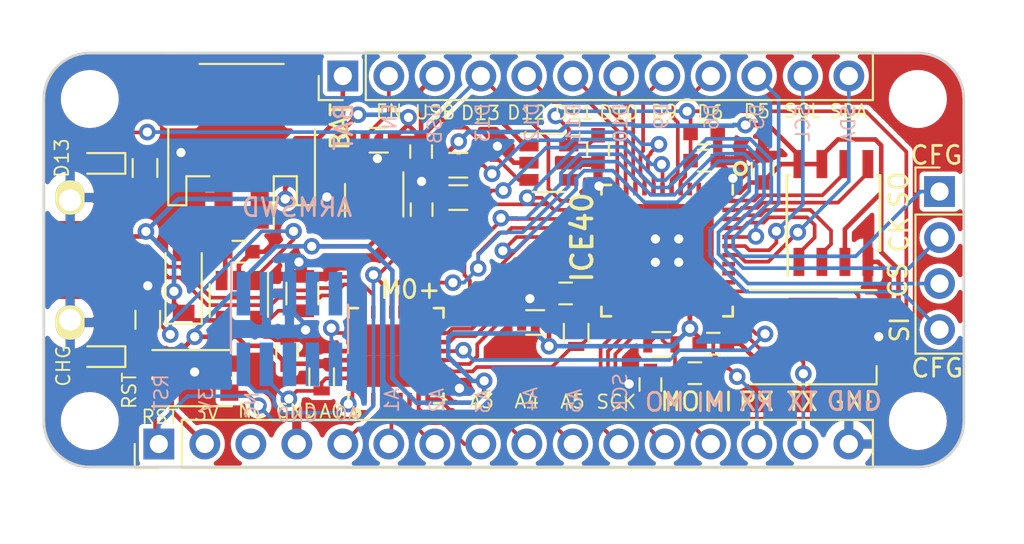
<source format=kicad_pcb>
(kicad_pcb (version 20221018) (generator pcbnew)
  (layers (0 "F.Cu" signal) (31 "B.Cu" signal) (34 "B.Paste" user) (35 "F.Paste" user) (36 "B.SilkS" user "B.Silkscreen") (37 "F.SilkS" user "F.Silkscreen") (38 "B.Mask" user) (39 "F.Mask" user) (44 "Edge.Cuts" user))
  (net 0 "")
  (net 1 "+3V3")
  (net 2 "GND")
  (net 3 "+5V")
  (net 4 "Net-(U3-Pad4)")
  (net 5 "/M0_SWDIO")
  (net 6 "/M0_SWCLK")
  (net 7 "Net-(U5-Pad27)")
  (net 8 "Net-(U5-Pad25)")
  (net 9 "+BATT")
  (net 10 "Net-(J1-Pad4)")
  (net 11 "/EN")
  (net 12 "/D13")
  (net 13 "/CHARGE")
  (net 14 "Net-(D3-Pad1)")
  (net 15 "Net-(D2-Pad1)")
  (net 16 "Net-(R9-Pad1)")
  (net 17 "Net-(U4-Pad4)")
  (net 18 "/D6")
  (net 19 "/D5")
  (net 20 "/D12")
  (net 21 "/D11")
  (net 22 "/D10")
  (net 23 "/D9")
  (net 24 "/A5")
  (net 25 "/A4")
  (net 26 "/A3")
  (net 27 "/A2")
  (net 28 "/A1")
  (net 29 "/A0")
  (net 30 "/sharedSCL")
  (net 31 "/sharedSDA")
  (net 32 "/USB_D-")
  (net 33 "/USB_D+")
  (net 34 "Net-(U5-Pad2)")
  (net 35 "Net-(U5-Pad1)")
  (net 36 "Net-(J7-Pad6)")
  (net 37 "Net-(J7-Pad7)")
  (net 38 "Net-(J7-Pad8)")
  (net 39 "Net-(J7-Pad9)")
  (net 40 "/M0_RST")
  (net 41 "Net-(J9-Pad3)")
  (net 42 "+1V2")
  (net 43 "Net-(R2-Pad2)")
  (net 44 "/iceMISO")
  (net 45 "/iceMOSI")
  (net 46 "/iceSCK")
  (net 47 "Net-(U1-Pad41)")
  (net 48 "Net-(U1-Pad40)")
  (net 49 "Net-(U1-Pad39)")
  (net 50 "Net-(U1-Pad34)")
  (net 51 "Net-(U1-Pad32)")
  (net 52 "Net-(U1-Pad31)")
  (net 53 "Net-(U1-Pad23)")
  (net 54 "Net-(U1-Pad4)")
  (net 55 "Net-(U1-Pad3)")
  (net 56 "Net-(U1-Pad2)")
  (net 57 "/iceRX")
  (net 58 "/iceTX")
  (net 59 "/iceReset")
  (net 60 "/iceSDA")
  (net 61 "/iceSCL")
  (net 62 "/configMOSI")
  (net 63 "/configSS")
  (net 64 "/configSCK")
  (net 65 "/configMISO")
  (net 66 "/cdone")
  (net 67 "/GCLK5")
  (net 68 "/GCLK4")
  (net 69 "/M0RX")
  (net 70 "/M0TX")
  (net 71 "/flashSCK")
  (net 72 "/flashMOSI")
  (net 73 "/flashMISO")
  (net 74 "/flashSS")
  (net 75 "Net-(D4-Pad1)")
  (net 76 "/NEOPIX")
  (footprint "Housings_DFN_QFN:QFN-32-1EP_5x5mm_Pitch0.5mm" (layer "F.Cu") (at 110.884 77.6706 90)
    (fp_text reference "U5" hide)
    (fp_text value "SAMD21E")
  )
  (footprint "Diodes_SMD:D_SOD-123" (layer "F.Cu") (at 99.1616 73.66 90)
    (fp_text reference "D1" hide)
    (fp_text value "MBR120")
  )
  (footprint "Connectors_JST:JST_PH_S2B-PH-SM4-TB_02x2.00mm_Angled" (layer "F.Cu") (at 102.362 66.04 180)
    (fp_text reference "J2" hide)
    (fp_text value "CONN_01X02")
  )
  (footprint "fci:Mini-USB-B-OshPark" (layer "F.Cu") (at 92.8925 72.39 -90)
    (fp_text reference "J1" hide)
    (fp_text value "USB_OTG")
  )
  (footprint "Mounting_Holes:MountingHole_2.7mm_M2.5" (layer "F.Cu") (at 93.98 63.5)
    (fp_text reference "J6" hide)
    (fp_text value "CONN_01X01")
  )
  (footprint "Mounting_Holes:MountingHole_2.7mm_M2.5" (layer "F.Cu") (at 93.98 81.28)
    (fp_text reference "J5" hide)
    (fp_text value "CONN_01X01")
  )
  (footprint "Mounting_Holes:MountingHole_2.7mm_M2.5" (layer "F.Cu") (at 139.7 63.5)
    (fp_text reference "J4" hide)
    (fp_text value "CONN_01X01")
  )
  (footprint "Mounting_Holes:MountingHole_2.7mm_M2.5" (layer "F.Cu") (at 139.7 81.28)
    (fp_text reference "J3" hide)
    (fp_text value "CONN_01X01")
  )
  (footprint "Resistors_SMD:R_0603" (layer "F.Cu") (at 97.028 67.31 -90)
    (fp_text reference "R8" hide)
    (fp_text value "1k")
  )
  (footprint "Resistors_SMD:R_0603" (layer "F.Cu") (at 97.1804 75.692 90)
    (fp_text reference "R5" hide)
    (fp_text value "1k")
  )
  (footprint "Resistors_SMD:R_0603" (layer "F.Cu") (at 109.9312 65.77584 180)
    (fp_text reference "R4" hide)
    (fp_text value "100k")
  )
  (footprint "Capacitors_SMD:C_0603" (layer "F.Cu") (at 102.2096 71.9328)
    (fp_text reference "C20" hide)
    (fp_text value "10uF")
  )
  (footprint "Capacitors_SMD:C_0603" (layer "F.Cu") (at 112.27308 66.40068 -90)
    (fp_text reference "C19" hide)
    (fp_text value "10uF")
  )
  (footprint "Capacitors_SMD:C_0603" (layer "F.Cu") (at 104.8766 77.4192 -90)
    (fp_text reference "C18" hide)
    (fp_text value "1uF")
  )
  (footprint "Capacitors_SMD:C_0603" (layer "F.Cu") (at 122.04192 66.25082 -90)
    (fp_text reference "C16" hide)
    (fp_text value "10uF")
  )
  (footprint "Capacitors_SMD:C_0603" (layer "F.Cu") (at 112.30102 69.61124 90)
    (fp_text reference "C14" hide)
    (fp_text value "10uF")
  )
  (footprint "Diodes_SMD:D_0603" (layer "F.Cu") (at 94.6404 77.724 180)
    (fp_text reference "D2" hide)
    (fp_text value "Yellow")
  )
  (footprint "Diodes_SMD:D_0603" (layer "F.Cu") (at 94.6404 67.056 180)
    (fp_text reference "D3" hide)
    (fp_text value "Red")
  )
  (footprint "TO_SOT_Packages_SMD:SOT-23-5" (layer "F.Cu") (at 102.2096 74.6252 -90)
    (fp_text reference "U6" hide)
    (fp_text value "MCP73831")
  )
  (footprint "TO_SOT_Packages_SMD:SOT-23-5" (layer "F.Cu") (at 119.3292 67.0179)
    (fp_text reference "U4" hide)
    (fp_text value "SPX3819M5-L-1-2/TR")
  )
  (footprint "TO_SOT_Packages_SMD:SOT-23-5" (layer "F.Cu") (at 109.68228 69.09308 -90)
    (fp_text reference "U3" hide)
    (fp_text value "SPX3819M5-L-3-3/TR")
  )
  (footprint "Resistors_SMD:R_0603" (layer "F.Cu") (at 106.7816 78.867 -90)
    (fp_text reference "R10" hide)
    (fp_text value "1k")
  )
  (footprint "Resistors_SMD:R_0805" (layer "F.Cu") (at 105.7148 74.2442 90)
    (fp_text reference "R9" hide)
    (fp_text value "10k")
  )
  (footprint "Pin_Headers:Pin_Header_Straight_1x16_Pitch2.54mm" (layer "F.Cu") (at 97.79 82.55 90)
    (fp_text reference "J9")
    (fp_text value "FeatherBottom")
  )
  (footprint "Pin_Headers:Pin_Header_Straight_1x12_Pitch2.54mm" (layer "F.Cu") (at 107.95 62.23 90)
    (fp_text reference "J10")
    (fp_text value "FeatherTop")
  )
  (footprint "Resistors_SMD:R_0603" (layer "F.Cu") (at 125.5395 77.04836 180)
    (fp_text reference "R2")
    (fp_text value "100")
  )
  (footprint "Resistors_SMD:R_0603" (layer "F.Cu") (at 114.3254 67.1576)
    (fp_text reference "R1")
    (fp_text value "10k")
  )
  (footprint "Housings_DFN_QFN:QFN-48-1EP_7x7mm_Pitch0.5mm" (layer "F.Cu") (at 125.85446 71.87184 -90)
    (fp_text reference "U1")
    (fp_text value "ICE40UP5K-SG48")
  )
  (footprint "Capacitors_SMD:C_0603" (layer "F.Cu") (at 127.9017 65.40246)
    (fp_text reference "C8")
    (fp_text value "0.1uF")
  )
  (footprint "Capacitors_SMD:C_0603" (layer "F.Cu") (at 127.9017 66.9036)
    (fp_text reference "C7")
    (fp_text value "1uF")
  )
  (footprint "Capacitors_SMD:C_0603" (layer "F.Cu") (at 127.39116 78.6384)
    (fp_text reference "C6")
    (fp_text value "10uF")
  )
  (footprint "Capacitors_SMD:C_0603" (layer "F.Cu") (at 124.93498 79.26832 -90)
    (fp_text reference "C5")
    (fp_text value "0.1uF")
  )
  (footprint "Capacitors_SMD:C_0603" (layer "F.Cu") (at 128.40462 77.0128)
    (fp_text reference "C4")
    (fp_text value "0.1uF")
  )
  (footprint "Capacitors_SMD:C_0603" (layer "F.Cu") (at 120.25376 74.23658 180)
    (fp_text reference "C2")
    (fp_text value "0.1uF")
  )
  (footprint "Capacitors_SMD:C_0603" (layer "F.Cu") (at 131.1275 67.3608 90)
    (fp_text reference "C1")
    (fp_text value "0.1uF")
  )
  (footprint "Resistors_SMD:R_0603" (layer "F.Cu") (at 120.83542 76.41336 -90)
    (fp_text reference "R7")
    (fp_text value "4.7k")
  )
  (footprint "Resistors_SMD:R_0603" (layer "F.Cu") (at 118.57482 75.83932 180)
    (fp_text reference "R6")
    (fp_text value "4.7k")
  )
  (footprint "Resistors_SMD:R_0603" (layer "F.Cu") (at 114.3254 68.94322)
    (fp_text reference "R3")
    (fp_text value "10k")
  )
  (footprint "Housings_SOIC:SOIC-8_3.9x4.9mm_Pitch1.27mm" (layer "F.Cu") (at 135.0391 69.79412 90)
    (fp_text reference "U2")
    (fp_text value "IS25LPXXX")
  )
  (footprint "Pin_Headers:Pin_Header_Straight_1x04_Pitch2.54mm" (layer "F.Cu") (at 140.89888 68.61048)
    (fp_text reference "J8")
    (fp_text value "Conn_01x04")
  )
  (footprint "LEDs:LED_WS2812B-PLCC4" (layer "F.Cu") (at 133.92404 76.64958)
    (fp_text reference "D4")
    (fp_text value "Neopixel_THT")
  )
  (footprint "Buttons_Switches_SMD:SW_SPST_KMR2" (layer "F.Cu") (at 99.63404 78.91272)
    (fp_text reference "SW1")
    (fp_text value "SW_SPST")
  )
  (footprint "Pin_Headers:Pin_Header_Straight_2x05_Pitch1.27mm_SMD" (layer "B.Cu") (at 105.0036 76.2 -90)
    (fp_text reference "J7" hide)
    (fp_text value "CONN_02X05")
  )
  (gr_circle (center 129.90068 67.3354) (end 130.09372 67.58686) (stroke (width 0.2)) (fill none) (layer "F.SilkS"))
  (gr_circle (center 108.6739 80.85074) (end 108.80598 81.0133) (stroke (width 0.2)) (fill none) (layer "F.SilkS"))
  (gr_arc (start 142.24 81.28) (mid 141.496051 83.076051) (end 139.7 83.82) (stroke (width 0.15)) (layer "Edge.Cuts"))
  (gr_line (start 93.98 60.96) (end 139.7 60.96) (stroke (width 0.15)) (layer "Edge.Cuts"))
  (gr_arc (start 93.98 83.82) (mid 92.183949 83.076051) (end 91.44 81.28) (stroke (width 0.15)) (layer "Edge.Cuts"))
  (gr_arc (start 139.7 60.96) (mid 141.496051 61.703949) (end 142.24 63.5) (stroke (width 0.15)) (layer "Edge.Cuts"))
  (gr_arc (start 91.44 63.5) (mid 92.183949 61.703949) (end 93.98 60.96) (stroke (width 0.15)) (layer "Edge.Cuts"))
  (gr_line (start 142.24 63.5) (end 142.24 81.28) (stroke (width 0.15)) (layer "Edge.Cuts"))
  (gr_line (start 139.7 83.82) (end 93.98 83.82) (stroke (width 0.15)) (layer "Edge.Cuts"))
  (gr_line (start 91.44 81.28) (end 91.44 63.5) (stroke (width 0.15)) (layer "Edge.Cuts"))
  (gr_text "BAT" (at 107.99572 65.02908 90) (layer "B.SilkS") (effects (font (size 1 1)) (justify mirror)))
  (gr_text "EN" (at 110.53064 64.4652 90) (layer "B.SilkS") (effects (font (size 0.75 0.75) (thickness 0.1)) (justify mirror)))
  (gr_text "USB" (at 113.02492 64.8716 90) (layer "B.SilkS") (effects (font (size 0.75 0.75) (thickness 0.1)) (justify mirror)))
  (gr_text "D13" (at 115.67668 64.81572 90) (layer "B.SilkS") (effects (font (size 0.75 0.75) (thickness 0.1)) (justify mirror)))
  (gr_text "D12" (at 118.3894 64.78016 90) (layer "B.SilkS") (effects (font (size 0.75 0.75) (thickness 0.1)) (justify mirror)))
  (gr_text "D11" (at 120.68048 64.8208 90) (layer "B.SilkS") (effects (font (size 0.75 0.75) (thickness 0.1)) (justify mirror)))
  (gr_text "D10" (at 123.28144 64.8208 90) (layer "B.SilkS") (effects (font (size 0.75 0.75) (thickness 0.1)) (justify mirror)))
  (gr_text "D9" (at 125.53188 64.45504 90) (layer "B.SilkS") (effects (font (size 0.75 0.75) (thickness 0.1)) (justify mirror)))
  (gr_text "D6" (at 128.31572 64.49568 90) (layer "B.SilkS") (effects (font (size 0.75 0.75) (thickness 0.1)) (justify mirror)))
  (gr_text "D5" (at 130.83032 64.47536 90) (layer "B.SilkS") (effects (font (size 0.75 0.75) (thickness 0.1)) (justify mirror)))
  (gr_text "SCL" (at 133.33984 64.83096 90) (layer "B.SilkS") (effects (font (size 0.75 0.75) (thickness 0.1)) (justify mirror)))
  (gr_text "SDA" (at 135.85952 64.87668 90) (layer "B.SilkS") (effects (font (size 0.75 0.75) (thickness 0.1)) (justify mirror)))
  (gr_text "GND" (at 136.1948 80.1878) (layer "B.SilkS") (effects (font (size 1 1)) (justify mirror)))
  (gr_text "TX" (at 133.3246 80.2132) (layer "B.SilkS") (effects (font (size 1 1)) (justify mirror)))
  (gr_text "RX" (at 130.7846 80.2132) (layer "B.SilkS") (effects (font (size 1 1)) (justify mirror)))
  (gr_text "MI" (at 128.27 80.264) (layer "B.SilkS") (effects (font (size 1 1)) (justify mirror)))
  (gr_text "MO" (at 125.73 80.2386) (layer "B.SilkS") (effects (font (size 1 1)) (justify mirror)))
  (gr_text "SCK" (at 123.27128 79.73568 90) (layer "B.SilkS") (effects (font (size 0.75 0.75) (thickness 0.1)) (justify mirror)))
  (gr_text "A5" (at 120.73128 80.17764 90) (layer "B.SilkS") (effects (font (size 0.75 0.75) (thickness 0.1)) (justify mirror)))
  (gr_text "A4" (at 118.3132 80.07604 90) (layer "B.SilkS") (effects (font (size 0.75 0.75) (thickness 0.1)) (justify mirror)))
  (gr_text "A3" (at 115.697 80.19796 90) (layer "B.SilkS") (effects (font (size 0.75 0.75) (thickness 0.1)) (justify mirror)))
  (gr_text "A2" (at 113.14176 80.137 90) (layer "B.SilkS") (effects (font (size 0.75 0.75) (thickness 0.1)) (justify mirror)))
  (gr_text "A1" (at 110.66272 80.137 90) (layer "B.SilkS") (effects (font (size 0.75 0.75) (thickness 0.1)) (justify mirror)))
  (gr_text "A0" (at 108.18114 80.87868) (layer "B.SilkS") (effects (font (size 0.75 0.75) (thickness 0.1)) (justify mirror)))
  (gr_text "GND" (at 105.4354 80.93456) (layer "B.SilkS") (effects (font (size 0.75 0.75) (thickness 0.1)) (justify mirror)))
  (gr_text "NC" (at 102.9462 80.42148 90) (layer "B.SilkS") (effects (font (size 0.75 0.75) (thickness 0.1)) (justify mirror)))
  (gr_text "3V" (at 100.4062 80.11668 90) (layer "B.SilkS") (effects (font (size 0.75 0.75) (thickness 0.1)) (justify mirror)))
  (gr_text "RST" (at 97.93224 79.71028 90) (layer "B.SilkS") (effects (font (size 0.75 0.75) (thickness 0.1)) (justify mirror)))
  (gr_text "ARMSWD" (at 105.42016 69.48932) (layer "B.SilkS") (effects (font (size 1 1)) (justify mirror)))
  (gr_text "MI" (at 128.67386 80.21828) (layer "F.SilkS") (effects (font (size 1 1))))
  (gr_text "MO" (at 126.57836 80.20812) (layer "F.SilkS") (effects (font (size 1 1))))
  (gr_text "SCK" (at 123.0503 80.21828) (layer "F.SilkS") (effects (font (size 0.75 0.75) (thickness 0.1))))
  (gr_text "A5" (at 120.6373 80.21066) (layer "F.SilkS") (effects (font (size 0.75 0.75) (thickness 0.1))))
  (gr_text "USB" (at 113.03762 64.23406) (layer "F.SilkS") (effects (font (size 0.75 0.75) (thickness 0.1))))
  (gr_text "BAT" (at 107.78998 65.02146 90) (layer "F.SilkS") (effects (font (size 1 1))))
  (gr_text "EN" (at 110.5027 64.19596) (layer "F.SilkS") (effects (font (size 0.75 0.75) (thickness 0.1))))
  (gr_text "D13" (at 115.55476 64.27216) (layer "F.SilkS") (effects (font (size 0.75 0.75) (thickness 0.1))))
  (gr_text "D12" (at 118.10746 64.25184) (layer "F.SilkS") (effects (font (size 0.75 0.75) (thickness 0.1))))
  (gr_text "D11" (at 120.70588 64.25692) (layer "F.SilkS") (effects (font (size 0.75 0.75) (thickness 0.1))))
  (gr_text "D10" (at 123.17984 64.24422) (layer "F.SilkS") (effects (font (size 0.75 0.75) (thickness 0.1))))
  (gr_text "D9" (at 125.6919 64.21882) (layer "F.SilkS") (effects (font (size 0.75 0.75) (thickness 0.1))))
  (gr_text "D6" (at 128.2446 64.23914) (layer "F.SilkS") (effects (font (size 0.75 0.75) (thickness 0.1))))
  (gr_text "D5" (at 130.81508 64.18072) (layer "F.SilkS") (effects (font (size 0.75 0.75) (thickness 0.1))))
  (gr_text "SCL" (at 133.32206 64.16294) (layer "F.SilkS") (effects (font (size 0.75 0.75) (thickness 0.1))))
  (gr_text "SDA" (at 135.85952 64.18326) (layer "F.SilkS") (effects (font (size 0.75 0.75) (thickness 0.1))))
  (gr_text "A4" (at 118.11 80.1878) (layer "F.SilkS") (effects (font (size 0.75 0.75) (thickness 0.1))))
  (gr_text "A3" (at 115.6208 80.1878) (layer "F.SilkS") (effects (font (size 0.75 0.75) (thickness 0.1))))
  (gr_text "A0" (at 107.33532 80.73898) (layer "F.SilkS") (effects (font (size 0.75 0.75) (thickness 0.1))))
  (gr_text "GND" (at 105.38206 80.72628) (layer "F.SilkS") (effects (font (size 0.75 0.75) (thickness 0.1))))
  (gr_text "NC" (at 102.91826 80.71104) (layer "F.SilkS") (effects (font (size 0.75 0.75) (thickness 0.1))))
  (gr_text "3V" (at 100.42398 80.87614) (layer "F.SilkS") (effects (font (size 0.75 0.75) (thickness 0.1))))
  (gr_text "RST" (at 97.84842 81.0514) (layer "F.SilkS") (effects (font (size 0.75 0.75) (thickness 0.1))))
  (gr_text "RST" (at 96.15932 79.6036 90) (layer "F.SilkS") (effects (font (size 0.75 0.75) (thickness 0.1))))
  (gr_text "CHG" (at 92.51696 78.24216 90) (layer "F.SilkS") (effects (font (size 0.75 0.75) (thickness 0.1))))
  (gr_text "D13" (at 92.43568 66.75882 90) (layer "F.SilkS") (effects (font (size 0.75 0.75) (thickness 0.1))))
  (gr_text "CFG" (at 140.72108 66.60896) (layer "F.SilkS") (effects (font (size 1 1))))
  (gr_text "SO" (at 138.65098 68.51396 90) (layer "F.SilkS") (effects (font (size 1 1))))
  (gr_text "CK" (at 138.67384 70.98284 90) (layer "F.SilkS") (effects (font (size 1 1))))
  (gr_text "CS" (at 138.60272 73.49998 90) (layer "F.SilkS") (effects (font (size 1 1))))
  (gr_text "SI" (at 138.6967 76.22794 90) (layer "F.SilkS") (effects (font (size 1 1))))
  (gr_text "ICE40" (at 121.16562 71.14032 90) (layer "F.SilkS") (effects (font (size 1.15 1.15) (thickness 0.2))))
  (gr_text "M0+" (at 111.68126 74.01306) (layer "F.SilkS") (effects (font (size 1 1))))
  (gr_text "TX" (at 133.3246 80.2132) (layer "F.SilkS") (effects (font (size 1 1))))
  (gr_text "GND" (at 136.1948 80.1878) (layer "F.SilkS") (effects (font (size 1 1))))
  (gr_text "CFG" (at 140.7668 78.359) (layer "F.SilkS") (effects (font (size 1 1))))
  (gr_text "RX" (at 130.7846 80.2132) (layer "F.SilkS") (effects (font (size 1 1))))
  (segment (start 96.393 78.115762) (end 96.393 77.5208) (width 0.254) (layer "F.Cu") (net 1))
  (segment (start 113.5754 69.08686) (end 112.30102 70.36124) (width 0.254) (layer "F.Cu") (net 1))
  (segment (start 98.5012 77.317599) (end 98.5012 80.7212) (width 0.254) (layer "F.Cu") (net 1))
  (segment (start 137.6807 68.67652) (end 137.6807 71.956732) (width 0.254) (layer "F.Cu") (net 1))
  (segment (start 119.50078 75.66336) (end 119.32482 75.83932) (width 0.254) (layer "F.Cu") (net 1))
  (segment (start 127.115378 75.282758) (end 127.10446 75.27184) (width 0.254) (layer "F.Cu") (net 1))
  (segment (start 98.262161 77.317599) (end 98.5012 77.317599) (width 0.254) (layer "F.Cu") (net 1))
  (segment (start 133.1341 67.09412) (end 132.14418 67.09412) (width 0.254) (layer "F.Cu") (net 1))
  (segment (start 132.14418 67.09412) (end 131.1275 68.1108) (width 0.254) (layer "F.Cu") (net 1))
  (segment (start 130.82315 64.93765) (end 130.176572 64.93765) (width 0.254) (layer "F.Cu") (net 1))
  (segment (start 108.484 77.9206) (end 106.978 77.9206) (width 0.254) (layer "F.Cu") (net 1))
  (segment (start 109.395566 71.634794) (end 106.880147 71.634794) (width 0.254) (layer "F.Cu") (net 1))
  (segment (start 137.47804 78.24958) (end 136.42404 78.24958) (width 0.254) (layer "F.Cu") (net 1))
  (segment (start 110.80044 70.36124) (end 110.63228 70.19308) (width 0.254) (layer "F.Cu") (net 1))
  (segment (start 93.7904 77.824) (end 94.420601 78.454201) (width 0.254) (layer "F.Cu") (net 1))
  (segment (start 122.45446 73.62184) (end 121.6185 73.62184) (width 0.254) (layer "F.Cu") (net 1))
  (segment (start 102.5978 77.1264) (end 103.3018 77.1264) (width 0.254) (layer "F.Cu") (net 1))
  (segment (start 131.1275 68.1108) (end 130.42446 68.1108) (width 0.254) (layer "F.Cu") (net 1))
  (segment (start 99.085401 77.317599) (end 99.314001 77.088999) (width 0.254) (layer "F.Cu") (net 1))
  (segment (start 102.1032 76.6318) (end 102.5978 77.1264) (width 0.254) (layer "F.Cu") (net 1))
  (segment (start 115.75288 79.709158) (end 115.75288 79.06258) (width 0.254) (layer "F.Cu") (net 1))
  (segment (start 113.5754 66.61982) (end 114.34826 65.84696) (width 0.254) (layer "F.Cu") (net 1))
  (segment (start 138.633189 72.909221) (end 138.633189 77.094431) (width 0.254) (layer "F.Cu") (net 1))
  (segment (start 96.054561 78.454201) (end 96.393 78.115762) (width 0.254) (layer "F.Cu") (net 1))
  (segment (start 114.187985 80.238705) (end 114.218359 80.269079) (width 0.254) (layer "F.Cu") (net 1))
  (segment (start 128.799259 68.666639) (end 128.60446 68.47184) (width 0.254) (layer "F.Cu") (net 1))
  (segment (start 120.83542 75.66336) (end 119.50078 75.66336) (width 0.254) (layer "F.Cu") (net 1))
  (segment (start 108.4774 77.9272) (end 108.484 77.9206) (width 0.254) (layer "F.Cu") (net 1))
  (segment (start 103.8338 77.1264) (end 104.8766 78.1692) (width 0.254) (layer "F.Cu") (net 1))
  (segment (start 121.38902 74.62184) (end 121.00376 74.23658) (width 0.254) (layer "F.Cu") (net 1))
  (segment (start 115.192959 80.269079) (end 115.75288 79.709158) (width 0.254) (layer "F.Cu") (net 1))
  (segment (start 96.652401 77.261399) (end 98.205961 77.261399) (width 0.254) (layer "F.Cu") (net 1))
  (segment (start 120.83542 75.66336) (end 120.83542 74.40492) (width 0.254) (layer "F.Cu") (net 1))
  (segment (start 113.284 79.484402) (end 114.038303 80.238705) (width 0.254) (layer "F.Cu") (net 1))
  (segment (start 135.6741 72.49412) (end 135.6741 72.96912) (width 0.254) (layer "F.Cu") (net 1))
  (segment (start 113.5754 67.1576) (end 113.5754 66.61982) (width 0.254) (layer "F.Cu") (net 1))
  (segment (start 108.484 78.4206) (end 107.0852 78.4206) (width 0.254) (layer "F.Cu") (net 1))
  (segment (start 113.5754 67.1576) (end 113.5754 68.94322) (width 0.254) (layer "F.Cu") (net 1))
  (segment (start 99.7712 76.6318) (end 102.1032 76.6318) (width 0.254) (layer "F.Cu") (net 1))
  (segment (start 129.868621 68.666639) (end 128.799259 68.666639) (width 0.254) (layer "F.Cu") (net 1))
  (segment (start 106.7816 78.117) (end 104.9288 78.117) (width 0.254) (layer "F.Cu") (net 1))
  (segment (start 98.5012 77.317599) (end 99.085401 77.317599) (width 0.254) (layer "F.Cu") (net 1))
  (segment (start 137.6807 66.0654) (end 137.6807 68.67652) (width 0.254) (layer "F.Cu") (net 1))
  (segment (start 127.115378 76.172816) (end 127.115378 75.282758) (width 0.254) (layer "F.Cu") (net 1))
  (segment (start 106.880147 71.634794) (end 106.233569 71.634794) (width 0.254) (layer "F.Cu") (net 1))
  (segment (start 138.633189 77.094431) (end 137.47804 78.24958) (width 0.254) (layer "F.Cu") (net 1))
  (segment (start 114.218359 80.269079) (end 115.192959 80.269079) (width 0.254) (layer "F.Cu") (net 1))
  (segment (start 127.65462 77.0128) (end 127.65462 76.712058) (width 0.254) (layer "F.Cu") (net 1))
  (segment (start 130.42446 68.1108) (end 129.868621 68.666639) (width 0.254) (layer "F.Cu") (net 1))
  (segment (start 122.45446 74.62184) (end 121.38902 74.62184) (width 0.254) (layer "F.Cu") (net 1))
  (segment (start 135.6741 70.68312) (end 135.6741 72.49412) (width 0.254) (layer "F.Cu") (net 1))
  (segment (start 98.5012 80.7212) (end 100.33 82.55) (width 0.254) (layer "F.Cu") (net 1))
  (segment (start 104.8766 78.1692) (end 105.1186 77.9272) (width 0.254) (layer "F.Cu") (net 1))
  (segment (start 98.205961 77.261399) (end 98.262161 77.317599) (width 0.254) (layer "F.Cu") (net 1))
  (segment (start 114.038303 80.238705) (end 114.187985 80.238705) (width 0.254) (layer "F.Cu") (net 1))
  (segment (start 103.3018 77.1264) (end 103.8338 77.1264) (width 0.254) (layer "F.Cu") (net 1))
  (segment (start 137.3505 65.7352) (end 137.6807 66.0654) (width 0.254) (layer "F.Cu") (net 1))
  (segment (start 133.1341 67.09412) (end 133.1341 66.61912) (width 0.254) (layer "F.Cu") (net 1))
  (segment (start 119.33682 77.14742) (end 119.33682 75.85132) (width 0.254) (layer "F.Cu") (net 1))
  (segment (start 135.28802 65.7352) (end 137.3505 65.7352) (width 0.254) (layer "F.Cu") (net 1))
  (segment (start 93.7904 77.724) (end 93.7904 77.824) (width 0.254) (layer "F.Cu") (net 1))
  (segment (start 107.0852 78.4206) (end 106.7816 78.117) (width 0.254) (layer "F.Cu") (net 1))
  (segment (start 106.978 77.9206) (end 106.7816 78.117) (width 0.254) (layer "F.Cu") (net 1))
  (segment (start 134.4041 66.61912) (end 135.28802 65.7352) (width 0.254) (layer "F.Cu") (net 1))
  (segment (start 113.284 79.4206) (end 113.284 79.484402) (width 0.254) (layer "F.Cu") (net 1))
  (segment (start 120.83542 74.40492) (end 121.00376 74.23658) (width 0.254) (layer "F.Cu") (net 1))
  (segment (start 96.393 77.5208) (end 96.652401 77.261399) (width 0.254) (layer "F.Cu") (net 1))
  (segment (start 131.45263 64.93765) (end 130.82315 64.93765) (width 0.254) (layer "F.Cu") (net 1))
  (segment (start 110.63228 70.19308) (end 110.63228 70.39808) (width 0.254) (layer "F.Cu") (net 1))
  (segment (start 121.6185 73.62184) (end 121.00376 74.23658) (width 0.254) (layer "F.Cu") (net 1))
  (segment (start 137.6807 68.67652) (end 135.6741 70.68312) (width 0.254) (layer "F.Cu") (net 1))
  (segment (start 110.63228 70.39808) (end 109.395566 71.634794) (width 0.254) (layer "F.Cu") (net 1))
  (segment (start 133.1341 66.61912) (end 131.45263 64.93765) (width 0.254) (layer "F.Cu") (net 1))
  (segment (start 104.9288 78.117) (end 104.8766 78.1692) (width 0.254) (layer "F.Cu") (net 1))
  (segment (start 137.6807 71.956732) (end 138.633189 72.909221) (width 0.254) (layer "F.Cu") (net 1))
  (segment (start 113.5754 68.94322) (end 113.5754 69.08686) (width 0.254) (layer "F.Cu") (net 1))
  (segment (start 119.33682 75.85132) (end 119.32482 75.83932) (width 0.254) (layer "F.Cu") (net 1))
  (segment (start 94.420601 78.454201) (end 96.054561 78.454201) (width 0.254) (layer "F.Cu") (net 1))
  (segment (start 99.314001 77.088999) (end 99.7712 76.6318) (width 0.254) (layer "F.Cu") (net 1))
  (segment (start 134.4041 67.09412) (end 134.4041 66.61912) (width 0.254) (layer "F.Cu") (net 1))
  (segment (start 112.30102 70.36124) (end 110.80044 70.36124) (width 0.254) (layer "F.Cu") (net 1))
  (segment (start 127.65462 76.712058) (end 127.115378 76.172816) (width 0.254) (layer "F.Cu") (net 1))
  (segment (start 134.4041 67.09412) (end 133.1341 67.09412) (width 0.254) (layer "F.Cu") (net 1))
  (via (at 106.233569 71.634794) (size 0.9144) (drill 0.508) (layers "F.Cu" "B.Cu") (net 1))
  (via (at 127.115378 76.172816) (size 0.9144) (drill 0.508) (layers "F.Cu" "B.Cu") (net 1))
  (via (at 119.33682 77.14742) (size 0.9144) (drill 0.508) (layers "F.Cu" "B.Cu") (net 1))
  (via (at 99.7712 76.6318) (size 0.9144) (drill 0.508) (layers "F.Cu" "B.Cu") (net 1))
  (via (at 114.34826 65.84696) (size 0.9144) (drill 0.508) (layers "F.Cu" "B.Cu") (net 1))
  (via (at 130.176572 64.93765) (size 0.9144) (drill 0.508) (layers "F.Cu" "B.Cu") (net 1))
  (via (at 115.75288 79.06258) (size 0.9144) (drill 0.508) (layers "F.Cu" "B.Cu") (net 1))
  (segment (start 109.333474 71.634794) (end 106.880147 71.634794) (width 0.254) (layer "B.Cu") (net 1))
  (segment (start 115.75288 79.06258) (end 115.75288 79.709158) (width 0.254) (layer "B.Cu") (net 1))
  (segment (start 99.7712 76.3134) (end 99.7712 76.6318) (width 0.254) (layer "B.Cu") (net 1))
  (segment (start 102.4636 74.25) (end 101.8346 74.25) (width 0.254) (layer "B.Cu") (net 1))
  (segment (start 115.106302 79.06258) (end 115.75288 79.06258) (width 0.254) (layer "B.Cu") (net 1))
  (segment (start 112.031779 80.269079) (end 110.68812 78.92542) (width 0.254) (layer "B.Cu") (net 1))
  (segment (start 104.253806 71.634794) (end 105.586991 71.634794) (width 0.254) (layer "B.Cu") (net 1))
  (segment (start 113.77168 76.66482) (end 113.77168 77.727958) (width 0.254) (layer "B.Cu") (net 1))
  (segment (start 114.34826 65.84696) (end 114.876581 65.318639) (width 0.254) (layer "B.Cu") (net 1))
  (segment (start 102.4636 74.25) (end 102.4636 73.425) (width 0.254) (layer "B.Cu") (net 1))
  (segment (start 129.529994 64.93765) (end 130.176572 64.93765) (width 0.254) (layer "B.Cu") (net 1))
  (segment (start 102.4636 73.425) (end 104.253806 71.634794) (width 0.254) (layer "B.Cu") (net 1))
  (segment (start 124.045555 64.975769) (end 129.491875 64.975769) (width 0.254) (layer "B.Cu") (net 1))
  (segment (start 118.63578 76.44638) (end 113.99012 76.44638) (width 0.254) (layer "B.Cu") (net 1))
  (segment (start 106.880147 71.634794) (end 106.233569 71.634794) (width 0.254) (layer "B.Cu") (net 1))
  (segment (start 119.33682 77.14742) (end 118.63578 76.44638) (width 0.254) (layer "B.Cu") (net 1))
  (segment (start 110.68812 72.98944) (end 109.333474 71.634794) (width 0.254) (layer "B.Cu") (net 1))
  (segment (start 115.75288 79.709158) (end 115.192959 80.269079) (width 0.254) (layer "B.Cu") (net 1))
  (segment (start 123.969262 64.899476) (end 124.045555 64.975769) (width 0.254) (layer "B.Cu") (net 1))
  (segment (start 114.876581 65.318639) (end 119.926554 65.318639) (width 0.254) (layer "B.Cu") (net 1))
  (segment (start 120.345717 64.899476) (end 123.969262 64.899476) (width 0.254) (layer "B.Cu") (net 1))
  (segment (start 101.8346 74.25) (end 99.7712 76.3134) (width 0.254) (layer "B.Cu") (net 1))
  (segment (start 119.926554 65.318639) (end 120.345717 64.899476) (width 0.254) (layer "B.Cu") (net 1))
  (segment (start 126.140774 77.14742) (end 119.33682 77.14742) (width 0.254) (layer "B.Cu") (net 1))
  (segment (start 129.491875 64.975769) (end 129.529994 64.93765) (width 0.254) (layer "B.Cu") (net 1))
  (segment (start 113.77168 77.727958) (end 115.106302 79.06258) (width 0.254) (layer "B.Cu") (net 1))
  (segment (start 113.99012 76.44638) (end 113.77168 76.66482) (width 0.254) (layer "B.Cu") (net 1))
  (segment (start 115.192959 80.269079) (end 112.031779 80.269079) (width 0.254) (layer "B.Cu") (net 1))
  (segment (start 127.115378 76.172816) (end 126.140774 77.14742) (width 0.254) (layer "B.Cu") (net 1))
  (segment (start 110.68812 78.92542) (end 110.68812 72.98944) (width 0.254) (layer "B.Cu") (net 1))
  (segment (start 105.586991 71.634794) (end 106.233569 71.634794) (width 0.254) (layer "B.Cu") (net 1))
  (segment (start 100.22576 78.11272) (end 99.76612 78.57236) (width 0.254) (layer "F.Cu") (net 2))
  (segment (start 118.5672 74.23658) (end 118.28018 74.5236) (width 0.254) (layer "F.Cu") (net 2))
  (segment (start 105.075301 72.310341) (end 105.266715 72.501755) (width 0.254) (layer "F.Cu") (net 2))
  (segment (start 126.49821 72.51559) (end 125.21071 72.51559) (width 0.254) (layer "F.Cu") (net 2))
  (segment (start 102.2096 72.6828) (end 102.9596 71.9328) (width 0.254) (layer "F.Cu") (net 2))
  (segment (start 117.3988 67.0179) (end 116.48694 66.10604) (width 0.254) (layer "F.Cu") (net 2))
  (segment (start 95.5675 73.69) (end 97.058 73.69) (width 0.254) (layer "F.Cu") (net 2))
  (segment (start 102.9596 71.9328) (end 103.6136 71.9328) (width 0.254) (layer "F.Cu") (net 2))
  (segment (start 107.8307 77.3713) (end 107.0131 77.3713) (width 0.254) (layer "F.Cu") (net 2))
  (segment (start 106.613961 69.367399) (end 107.07116 68.9102) (width 0.254) (layer "F.Cu") (net 2))
  (segment (start 109.68228 67.99308) (end 109.68228 66.9671) (width 0.254) (layer "F.Cu") (net 2))
  (segment (start 122.04192 67.00082) (end 122.04192 68.254869) (width 0.254) (layer "F.Cu") (net 2))
  (segment (start 108.484 77.4206) (end 107.88 77.4206) (width 0.254) (layer "F.Cu") (net 2))
  (segment (start 106.151682 69.829678) (end 106.613961 69.367399) (width 0.254) (layer "F.Cu") (net 2))
  (segment (start 129.884071 67.879229) (end 129.487432 67.879229) (width 0.254) (layer "F.Cu") (net 2))
  (segment (start 103.6136 71.9328) (end 104.256838 71.289562) (width 0.254) (layer "F.Cu") (net 2))
  (segment (start 104.8766 76.6692) (end 105.5056 76.6692) (width 0.254) (layer "F.Cu") (net 2))
  (segment (start 118.2292 67.0179) (end 117.3988 67.0179) (width 0.254) (layer "F.Cu") (net 2))
  (segment (start 136.9441 72.49412) (end 137.4981 72.49412) (width 0.254) (layer "F.Cu") (net 2))
  (segment (start 105.266715 72.501755) (end 105.528279 72.501755) (width 0.254) (layer "F.Cu") (net 2))
  (segment (start 104.694226 69.829678) (end 106.151682 69.829678) (width 0.254) (layer "F.Cu") (net 2))
  (segment (start 113.737133 78.9206) (end 113.836037 79.019504) (width 0.254) (layer "F.Cu") (net 2))
  (segment (start 102.2096 73.5252) (end 102.2096 72.6828) (width 0.254) (layer "F.Cu") (net 2))
  (segment (start 95.3425 69.19) (end 95.3425 68.99) (width 0.254) (layer "F.Cu") (net 2))
  (segment (start 93.3425 71.19) (end 95.3425 69.19) (width 0.254) (layer "F.Cu") (net 2))
  (segment (start 137.89914 76.26604) (end 137.541 76.62418) (width 0.254) (layer "F.Cu") (net 2))
  (segment (start 126.49821 71.22809) (end 126.49821 72.51559) (width 0.254) (layer "F.Cu") (net 2))
  (segment (start 104.256838 70.267066) (end 104.694226 69.829678) (width 0.254) (layer "F.Cu") (net 2))
  (segment (start 125.21071 71.22809) (end 126.49821 71.22809) (width 0.254) (layer "F.Cu") (net 2))
  (segment (start 97.058 73.69) (end 97.1804 73.8124) (width 0.254) (layer "F.Cu") (net 2))
  (segment (start 124.93498 80.01832) (end 124.54198 80.01832) (width 0.254) (layer "F.Cu") (net 2))
  (segment (start 101.362 68.915) (end 101.362 67.665) (width 0.254) (layer "F.Cu") (net 2))
  (segment (start 137.89914 72.89516) (end 137.89914 76.26604) (width 0.254) (layer "F.Cu") (net 2))
  (segment (start 119.50376 74.23658) (end 118.5672 74.23658) (width 0.254) (layer "F.Cu") (net 2))
  (segment (start 95.3425 75.79) (end 95.3425 73.915) (width 0.254) (layer "F.Cu") (net 2))
  (segment (start 101.68404 78.11272) (end 100.22576 78.11272) (width 0.254) (layer "F.Cu") (net 2))
  (segment (start 129.88726 77.0128) (end 131.12404 78.24958) (width 0.254) (layer "F.Cu") (net 2))
  (segment (start 105.075301 72.30872) (end 105.075301 72.310341) (width 0.254) (layer "F.Cu") (net 2))
  (segment (start 129.15462 77.0128) (end 129.88726 77.0128) (width 0.254) (layer "F.Cu") (net 2))
  (segment (start 131.1275 66.6358) (end 129.884071 67.879229) (width 0.254) (layer "F.Cu") (net 2))
  (segment (start 131.12404 78.24958) (end 131.42404 78.24958) (width 0.254) (layer "F.Cu") (net 2))
  (segment (start 97.53404 78.11272) (end 96.35812 79.28864) (width 0.254) (layer "F.Cu") (net 2))
  (segment (start 112.30102 68.05168) (end 112.29848 68.04914) (width 0.254) (layer "F.Cu") (net 2))
  (segment (start 105.4742 76.6692) (end 105.8926 76.2508) (width 0.254) (layer "F.Cu") (net 2))
  (segment (start 125.21071 72.51559) (end 125.21071 71.22809) (width 0.254) (layer "F.Cu") (net 2))
  (segment (start 124.54198 80.01832) (end 123.75896 79.2353) (width 0.254) (layer "F.Cu") (net 2))
  (segment (start 104.256838 71.289562) (end 104.256838 70.267066) (width 0.254) (layer "F.Cu") (net 2))
  (segment (start 113.836037 79.019504) (end 113.933658 79.019504) (width 0.254) (layer "F.Cu") (net 2))
  (segment (start 92.8925 71.19) (end 93.3425 71.19) (width 0.254) (layer "F.Cu") (net 2))
  (segment (start 101.362 67.665) (end 100.15356 66.45656) (width 0.254) (layer "F.Cu") (net 2))
  (segment (start 104.8512 76.6692) (end 105.4742 76.6692) (width 0.254) (layer "F.Cu") (net 2))
  (segment (start 107.0131 77.3713) (end 106.349799 76.707999) (width 0.254) (layer "F.Cu") (net 2))
  (segment (start 113.933658 79.019504) (end 114.390857 79.476703) (width 0.254) (layer "F.Cu") (net 2))
  (segment (start 109.68228 66.9671) (end 109.86008 66.7893) (width 0.254) (layer "F.Cu") (net 2))
  (segment (start 106.349799 76.707999) (end 105.8926 76.2508) (width 0.254) (layer "F.Cu") (net 2))
  (segment (start 113.284 78.9206) (end 113.737133 78.9206) (width 0.254) (layer "F.Cu") (net 2))
  (segment (start 106.2077 77.3713) (end 107.0131 77.3713) (width 0.254) (layer "F.Cu") (net 2))
  (segment (start 107.88 77.4206) (end 107.8307 77.3713) (width 0.254) (layer "F.Cu") (net 2))
  (segment (start 128.6517 65.40246) (end 128.6517 66.9036) (width 0.254) (layer "F.Cu") (net 2))
  (segment (start 105.5056 76.6692) (end 106.2077 77.3713) (width 0.254) (layer "F.Cu") (net 2))
  (segment (start 122.04192 68.254869) (end 122.095281 68.30823) (width 0.254) (layer "F.Cu") (net 2))
  (segment (start 128.6517 66.9036) (end 128.6767 66.9036) (width 0.254) (layer "F.Cu") (net 2))
  (segment (start 129.487432 67.714332) (end 129.487432 67.879229) (width 0.254) (layer "F.Cu") (net 2))
  (segment (start 131.1275 66.6108) (end 131.1275 66.6358) (width 0.254) (layer "F.Cu") (net 2))
  (segment (start 95.3425 73.915) (end 95.5675 73.69) (width 0.254) (layer "F.Cu") (net 2))
  (segment (start 112.30102 68.86124) (end 112.30102 68.05168) (width 0.254) (layer "F.Cu") (net 2))
  (segment (start 97.58404 78.11272) (end 97.53404 78.11272) (width 0.254) (layer "F.Cu") (net 2))
  (segment (start 101.4596 69.0126) (end 101.362 68.915) (width 0.254) (layer "F.Cu") (net 2))
  (segment (start 100.15356 66.45656) (end 99.01428 66.45656) (width 0.254) (layer "F.Cu") (net 2))
  (segment (start 128.6767 66.9036) (end 129.487432 67.714332) (width 0.254) (layer "F.Cu") (net 2))
  (segment (start 137.4981 72.49412) (end 137.89914 72.89516) (width 0.254) (layer "F.Cu") (net 2))
  (via (at 107.07116 68.9102) (size 0.9144) (drill 0.508) (layers "F.Cu" "B.Cu") (net 2))
  (via (at 129.487432 67.879229) (size 0.9144) (drill 0.508) (layers "F.Cu" "B.Cu") (net 2))
  (via (at 105.8926 76.2508) (size 0.9144) (drill 0.508) (layers "F.Cu" "B.Cu") (net 2))
  (via (at 122.095281 68.30823) (size 0.9144) (drill 0.508) (layers "F.Cu" "B.Cu") (net 2))
  (via (at 123.75896 79.2353) (size 0.9144) (drill 0.508) (layers "F.Cu" "B.Cu") (net 2))
  (via (at 125.21071 71.22809) (size 0.9144) (drill 0.508) (layers "F.Cu" "B.Cu") (net 2))
  (via (at 126.49821 71.22809) (size 0.9144) (drill 0.508) (layers "F.Cu" "B.Cu") (net 2))
  (via (at 105.528279 72.501755) (size 0.9144) (drill 0.508) (layers "F.Cu" "B.Cu") (net 2))
  (via (at 137.541 76.62418) (size 0.9144) (drill 0.508) (layers "F.Cu" "B.Cu") (net 2))
  (via (at 114.390857 79.476703) (size 0.9144) (drill 0.508) (layers "F.Cu" "B.Cu") (net 2))
  (via (at 99.01428 66.45656) (size 0.9144) (drill 0.508) (layers "F.Cu" "B.Cu") (net 2))
  (via (at 99.76612 78.57236) (size 0.9144) (drill 0.508) (layers "F.Cu" "B.Cu") (net 2))
  (via (at 112.29848 68.04914) (size 0.9144) (drill 0.508) (layers "F.Cu" "B.Cu") (net 2))
  (via (at 118.28018 74.5236) (size 0.9144) (drill 0.508) (layers "F.Cu" "B.Cu") (net 2))
  (via (at 126.49821 72.51559) (size 0.9144) (drill 0.508) (layers "F.Cu" "B.Cu") (net 2))
  (via (at 97.1804 73.8124) (size 0.9144) (drill 0.508) (layers "F.Cu" "B.Cu") (net 2))
  (via (at 125.21071 72.51559) (size 0.9144) (drill 0.508) (layers "F.Cu" "B.Cu") (net 2))
  (via (at 109.86008 66.7893) (size 0.9144) (drill 0.508) (layers "F.Cu" "B.Cu") (net 2))
  (via (at 116.48694 66.10604) (size 0.9144) (drill 0.508) (layers "F.Cu" "B.Cu") (net 2))
  (segment (start 97.1804 73.8124) (end 97.5868 74.2188) (width 0.254) (layer "B.Cu") (net 2))
  (segment (start 105.0036 72.796) (end 105.297845 72.501755) (width 0.254) (layer "B.Cu") (net 2))
  (segment (start 105.0036 74.25) (end 105.0036 72.796) (width 0.254) (layer "B.Cu") (net 2))
  (segment (start 105.0036 74.25) (end 105.0036 75.075) (width 0.254) (layer "B.Cu") (net 2))
  (segment (start 105.0036 75.075) (end 105.8926 75.964) (width 0.254) (layer "B.Cu") (net 2))
  (segment (start 105.297845 72.501755) (end 105.528279 72.501755) (width 0.254) (layer "B.Cu") (net 2))
  (segment (start 105.8926 75.964) (end 105.8926 76.2508) (width 0.254) (layer "B.Cu") (net 2))
  (segment (start 98.628198 74.1172) (end 98.628198 74.776598) (width 0.254) (layer "F.Cu") (net 3))
  (segment (start 110.63228 67.99308) (end 110.63228 67.20908) (width 0.254) (layer "F.Cu") (net 3))
  (segment (start 104.769194 68.395306) (end 104.769194 69.021957) (width 0.254) (layer "F.Cu") (net 3))
  (segment (start 110.6812 65.57584) (end 110.6812 65.77584) (width 0.254) (layer "F.Cu") (net 3))
  (segment (start 112.7672 62.23) (end 113.03 62.23) (width 0.254) (layer "F.Cu") (net 3))
  (segment (start 110.80636 65.65068) (end 110.6812 65.77584) (width 0.254) (layer "F.Cu") (net 3))
  (segment (start 99.237799 75.233801) (end 99.237799 75.209399) (width 0.254) (layer "F.Cu") (net 3))
  (segment (start 118.2292 66.0679) (end 118.0242 66.0679) (width 0.254) (layer "F.Cu") (net 3))
  (segment (start 111.57712 64.95472) (end 112.27308 65.65068) (width 0.254) (layer "F.Cu") (net 3))
  (segment (start 112.27308 65.65068) (end 112.27308 62.98692) (width 0.254) (layer "F.Cu") (net 3))
  (segment (start 112.27308 62.98692) (end 113.03 62.23) (width 0.254) (layer "F.Cu") (net 3))
  (segment (start 111.57712 64.51346) (end 111.57712 64.95472) (width 0.254) (layer "F.Cu") (net 3))
  (segment (start 111.57712 64.87992) (end 110.6812 65.77584) (width 0.254) (layer "F.Cu") (net 3))
  (segment (start 99.1616 75.31) (end 99.237799 75.233801) (width 0.254) (layer "F.Cu") (net 3))
  (segment (start 101.2596 75.7252) (end 99.7536 75.7252) (width 0.254) (layer "F.Cu") (net 3))
  (segment (start 112.27308 65.65068) (end 110.80636 65.65068) (width 0.254) (layer "F.Cu") (net 3))
  (segment (start 96.804 71.09) (end 97.0788 70.8152) (width 0.254) (layer "F.Cu") (net 3))
  (segment (start 95.5675 71.09) (end 96.804 71.09) (width 0.254) (layer "F.Cu") (net 3))
  (segment (start 110.63228 67.20908) (end 110.6812 67.16016) (width 0.254) (layer "F.Cu") (net 3))
  (segment (start 113.245613 64.653147) (end 112.27308 65.62568) (width 0.254) (layer "F.Cu") (net 3))
  (segment (start 110.6812 67.16016) (end 110.6812 65.77584) (width 0.254) (layer "F.Cu") (net 3))
  (segment (start 111.57712 64.51346) (end 111.57712 64.87992) (width 0.254) (layer "F.Cu") (net 3))
  (segment (start 108.79582 64.36868) (end 104.769194 68.395306) (width 0.254) (layer "F.Cu") (net 3))
  (segment (start 98.628198 74.776598) (end 99.1616 75.31) (width 0.254) (layer "F.Cu") (net 3))
  (segment (start 118.0242 66.0679) (end 116.609447 64.653147) (width 0.254) (layer "F.Cu") (net 3))
  (segment (start 116.609447 64.653147) (end 113.245613 64.653147) (width 0.254) (layer "F.Cu") (net 3))
  (segment (start 112.27308 65.62568) (end 112.27308 65.65068) (width 0.254) (layer "F.Cu") (net 3))
  (via (at 108.79582 64.36868) (size 0.9144) (drill 0.508) (layers "F.Cu" "B.Cu") (net 3))
  (via (at 111.57712 64.51346) (size 0.9144) (drill 0.508) (layers "F.Cu" "B.Cu") (net 3))
  (via (at 104.769194 69.021957) (size 0.9144) (drill 0.508) (layers "F.Cu" "B.Cu") (net 3))
  (via (at 97.0788 70.8152) (size 0.9144) (drill 0.508) (layers "F.Cu" "B.Cu") (net 3))
  (via (at 98.628198 74.1172) (size 0.9144) (drill 0.508) (layers "F.Cu" "B.Cu") (net 3))
  (segment (start 111.43234 64.36868) (end 111.57712 64.51346) (width 0.254) (layer "B.Cu") (net 3))
  (segment (start 98.628198 73.470622) (end 98.628198 74.1172) (width 0.254) (layer "B.Cu") (net 3))
  (segment (start 104.122616 69.021957) (end 104.769194 69.021957) (width 0.254) (layer "B.Cu") (net 3))
  (segment (start 97.0788 70.8152) (end 98.872043 69.021957) (width 0.254) (layer "B.Cu") (net 3))
  (segment (start 108.79582 64.36868) (end 111.43234 64.36868) (width 0.254) (layer "B.Cu") (net 3))
  (segment (start 98.872043 69.021957) (end 104.122616 69.021957) (width 0.254) (layer "B.Cu") (net 3))
  (segment (start 97.0788 70.8152) (end 98.628198 72.364598) (width 0.254) (layer "B.Cu") (net 3))
  (segment (start 98.628198 72.364598) (end 98.628198 73.470622) (width 0.254) (layer "B.Cu") (net 3))
  (segment (start 108.484 80.111) (end 108.2548 80.3402) (width 0.2032) (layer "F.Cu") (net 5))
  (segment (start 108.484 79.4206) (end 108.484 80.111) (width 0.2032) (layer "F.Cu") (net 5))
  (via (at 108.2548 80.3402) (size 0.9144) (drill 0.508) (layers "F.Cu" "B.Cu") (net 5))
  (segment (start 102.4636 78.975) (end 103.143401 79.654801) (width 0.2032) (layer "B.Cu") (net 5))
  (segment (start 104.612325 80.82279) (end 107.77221 80.82279) (width 0.2032) (layer "B.Cu") (net 5))
  (segment (start 104.173022 80.048098) (end 104.173022 80.383487) (width 0.2032) (layer "B.Cu") (net 5))
  (segment (start 102.4636 78.15) (end 102.4636 78.975) (width 0.2032) (layer "B.Cu") (net 5))
  (segment (start 103.143401 79.654801) (end 103.779725 79.654801) (width 0.2032) (layer "B.Cu") (net 5))
  (segment (start 103.779725 79.654801) (end 104.173022 80.048098) (width 0.2032) (layer "B.Cu") (net 5))
  (segment (start 104.173022 80.383487) (end 104.612325 80.82279) (width 0.2032) (layer "B.Cu") (net 5))
  (segment (start 107.797601 80.797399) (end 108.2548 80.3402) (width 0.2032) (layer "B.Cu") (net 5))
  (segment (start 107.77221 80.82279) (end 107.797601 80.797399) (width 0.2032) (layer "B.Cu") (net 5))
  (segment (start 104.931319 80.055919) (end 104.973216 80.055919) (width 0.2032) (layer "F.Cu") (net 6))
  (segment (start 106.7816 79.1638) (end 106.7816 79.617) (width 0.2032) (layer "F.Cu") (net 6))
  (segment (start 108.484 78.9206) (end 107.0248 78.9206) (width 0.2032) (layer "F.Cu") (net 6))
  (segment (start 107.0248 78.9206) (end 106.7816 79.1638) (width 0.2032) (layer "F.Cu") (net 6))
  (segment (start 105.412135 79.617) (end 104.973216 80.055919) (width 0.2032) (layer "F.Cu") (net 6))
  (segment (start 106.7816 79.617) (end 105.412135 79.617) (width 0.2032) (layer "F.Cu") (net 6))
  (via (at 104.973216 80.055919) (size 0.9144) (drill 0.508) (layers "F.Cu" "B.Cu") (net 6))
  (segment (start 103.7336 78.15) (end 103.7336 78.975) (width 0.2032) (layer "B.Cu") (net 6))
  (segment (start 104.814519 80.055919) (end 104.973216 80.055919) (width 0.2032) (layer "B.Cu") (net 6))
  (segment (start 103.7336 78.975) (end 104.814519 80.055919) (width 0.2032) (layer "B.Cu") (net 6))
  (segment (start 105.360325 65.666675) (end 103.362 67.665) (width 0.254) (layer "F.Cu") (net 9))
  (segment (start 106.610325 65.666675) (end 105.360325 65.666675) (width 0.254) (layer "F.Cu") (net 9))
  (segment (start 103.362 68.915) (end 103.362 70.165) (width 0.254) (layer "F.Cu") (net 9))
  (segment (start 101.4596 71.9328) (end 101.4596 73.3252) (width 0.254) (layer "F.Cu") (net 9))
  (segment (start 99.1616 72.01) (end 101.3824 72.01) (width 0.254) (layer "F.Cu") (net 9))
  (segment (start 101.4596 73.3252) (end 101.2596 73.5252) (width 0.254) (layer "F.Cu") (net 9))
  (segment (start 101.3824 72.01) (end 101.4596 71.9328) (width 0.254) (layer "F.Cu") (net 9))
  (segment (start 103.362 70.165) (end 101.5942 71.9328) (width 0.254) (layer "F.Cu") (net 9))
  (segment (start 107.95 64.327) (end 106.610325 65.666675) (width 0.254) (layer "F.Cu") (net 9))
  (segment (start 101.5942 71.9328) (end 101.4596 71.9328) (width 0.254) (layer "F.Cu") (net 9))
  (segment (start 107.95 62.23) (end 107.95 64.327) (width 0.254) (layer "F.Cu") (net 9))
  (segment (start 103.362 67.665) (end 103.362 68.915) (width 0.254) (layer "F.Cu") (net 9))
  (segment (start 111.709621 66.402799) (end 111.35868 66.75374) (width 0.2032) (layer "F.Cu") (net 11))
  (segment (start 115.724938 66.471802) (end 115.724938 66.032084) (width 0.2032) (layer "F.Cu") (net 11))
  (segment (start 109.1812 66.42904) (end 108.73228 66.87796) (width 0.2032) (layer "F.Cu") (net 11))
  (segment (start 113.586258 65.585338) (end 112.768797 66.402799) (width 0.2032) (layer "F.Cu") (net 11))
  (segment (start 110.49 63.432081) (end 110.49 62.23) (width 0.2032) (layer "F.Cu") (net 11))
  (segment (start 115.724938 66.032084) (end 114.777812 65.084958) (width 0.2032) (layer "F.Cu") (net 11))
  (segment (start 110.49 64.26704) (end 110.49 63.432081) (width 0.2032) (layer "F.Cu") (net 11))
  (segment (start 113.586258 65.481198) (end 113.586258 65.585338) (width 0.2032) (layer "F.Cu") (net 11))
  (segment (start 116.121178 66.868042) (end 115.724938 66.471802) (width 0.2032) (layer "F.Cu") (net 11))
  (segment (start 111.35868 68.70192) (end 110.95482 69.10578) (width 0.2032) (layer "F.Cu") (net 11))
  (segment (start 108.73228 68.72628) (end 108.73228 67.99308) (width 0.2032) (layer "F.Cu") (net 11))
  (segment (start 118.2292 67.9679) (end 117.660754 67.9679) (width 0.2032) (layer "F.Cu") (net 11))
  (segment (start 111.35868 66.75374) (end 111.35868 68.70192) (width 0.2032) (layer "F.Cu") (net 11))
  (segment (start 110.95482 69.10578) (end 109.11178 69.10578) (width 0.2032) (layer "F.Cu") (net 11))
  (segment (start 109.1812 65.77584) (end 109.1812 66.42904) (width 0.2032) (layer "F.Cu") (net 11))
  (segment (start 114.777812 65.084958) (end 113.982498 65.084958) (width 0.2032) (layer "F.Cu") (net 11))
  (segment (start 108.73228 67.25988) (end 108.73228 67.99308) (width 0.2032) (layer "F.Cu") (net 11))
  (segment (start 109.1812 65.57584) (end 110.49 64.26704) (width 0.2032) (layer "F.Cu") (net 11))
  (segment (start 108.73228 66.87796) (end 108.73228 67.25988) (width 0.2032) (layer "F.Cu") (net 11))
  (segment (start 109.1812 65.77584) (end 109.1812 65.57584) (width 0.2032) (layer "F.Cu") (net 11))
  (segment (start 117.660754 67.9679) (end 116.560896 66.868042) (width 0.2032) (layer "F.Cu") (net 11))
  (segment (start 109.11178 69.10578) (end 108.73228 68.72628) (width 0.2032) (layer "F.Cu") (net 11))
  (segment (start 116.560896 66.868042) (end 116.121178 66.868042) (width 0.2032) (layer "F.Cu") (net 11))
  (segment (start 112.768797 66.402799) (end 111.709621 66.402799) (width 0.2032) (layer "F.Cu") (net 11))
  (segment (start 113.982498 65.084958) (end 113.586258 65.481198) (width 0.2032) (layer "F.Cu") (net 11))
  (segment (start 116.644941 63.079999) (end 116.419999 63.079999) (width 0.2032) (layer "F.Cu") (net 12))
  (segment (start 116.419999 63.079999) (end 115.57 62.23) (width 0.2032) (layer "F.Cu") (net 12))
  (segment (start 96.003021 65.346579) (end 94.2936 67.056) (width 0.2032) (layer "F.Cu") (net 12))
  (segment (start 119.30126 68.447906) (end 119.30126 65.736318) (width 0.2032) (layer "F.Cu") (net 12))
  (segment (start 119.30126 65.736318) (end 116.644941 63.079999) (width 0.2032) (layer "F.Cu") (net 12))
  (segment (start 97.134681 65.346579) (end 96.003021 65.346579) (width 0.2032) (layer "F.Cu") (net 12))
  (segment (start 119.975194 69.12184) (end 119.30126 68.447906) (width 0.2032) (layer "F.Cu") (net 12))
  (segment (start 97.155 65.32626) (end 97.134681 65.346579) (width 0.2032) (layer "F.Cu") (net 12))
  (segment (start 122.45446 69.12184) (end 119.975194 69.12184) (width 0.2032) (layer "F.Cu") (net 12))
  (segment (start 94.2936 67.056) (end 93.7904 67.056) (width 0.2032) (layer "F.Cu") (net 12))
  (via (at 97.155 65.32626) (size 0.9144) (drill 0.508) (layers "F.Cu" "B.Cu") (net 12))
  (segment (start 115.57 62.23) (end 112.47374 65.32626) (width 0.2032) (layer "B.Cu") (net 12))
  (segment (start 112.47374 65.32626) (end 97.801578 65.32626) (width 0.2032) (layer "B.Cu") (net 12))
  (segment (start 97.801578 65.32626) (end 97.155 65.32626) (width 0.2032) (layer "B.Cu") (net 12))
  (segment (start 98.425 76.1898) (end 98.425 76.5048) (width 0.2032) (layer "F.Cu") (net 13))
  (segment (start 103.1596 73.3202) (end 105.22966 71.25014) (width 0.2032) (layer "F.Cu") (net 13))
  (segment (start 98.425 76.5048) (end 97.1804 75.2602) (width 0.2032) (layer "F.Cu") (net 13))
  (segment (start 105.22966 71.25014) (end 105.22966 70.8025) (width 0.2032) (layer "F.Cu") (net 13))
  (segment (start 97.1804 75.1452) (end 97.3804 75.1452) (width 0.2032) (layer "F.Cu") (net 13))
  (segment (start 97.1804 75.2602) (end 97.1804 74.942) (width 0.2032) (layer "F.Cu") (net 13))
  (segment (start 103.1596 73.5252) (end 103.1596 73.3202) (width 0.2032) (layer "F.Cu") (net 13))
  (via (at 98.425 76.5048) (size 0.9144) (drill 0.508) (layers "F.Cu" "B.Cu") (net 13))
  (via (at 105.22966 70.8025) (size 0.9144) (drill 0.508) (layers "F.Cu" "B.Cu") (net 13))
  (segment (start 104.583082 70.8025) (end 105.22966 70.8025) (width 0.2032) (layer "B.Cu") (net 13))
  (segment (start 98.425 75.858222) (end 103.480722 70.8025) (width 0.2032) (layer "B.Cu") (net 13))
  (segment (start 103.480722 70.8025) (end 104.583082 70.8025) (width 0.2032) (layer "B.Cu") (net 13))
  (segment (start 98.425 76.5048) (end 98.425 75.858222) (width 0.2032) (layer "B.Cu") (net 13))
  (segment (start 95.4904 67.056) (end 96.532 67.056) (width 0.2032) (layer "F.Cu") (net 14))
  (segment (start 96.532 67.056) (end 97.028 66.56) (width 0.2032) (layer "F.Cu") (net 14))
  (segment (start 97.028 66.7893) (end 97.028 66.56) (width 0.2032) (layer "F.Cu") (net 14))
  (segment (start 95.4904 77.624) (end 95.4904 77.724) (width 0.2032) (layer "F.Cu") (net 15))
  (segment (start 96.0936 77.1208) (end 95.9936 77.1208) (width 0.2032) (layer "F.Cu") (net 15))
  (segment (start 97.1804 76.442) (end 96.7724 76.442) (width 0.2032) (layer "F.Cu") (net 15))
  (segment (start 95.9936 77.1208) (end 95.4904 77.624) (width 0.2032) (layer "F.Cu") (net 15))
  (segment (start 96.7724 76.442) (end 96.0936 77.1208) (width 0.2032) (layer "F.Cu") (net 15))
  (segment (start 103.4588 75.426) (end 103.1596 75.7252) (width 0.2032) (layer "F.Cu") (net 16))
  (segment (start 103.1596 75.7252) (end 103.8528 75.7252) (width 0.2032) (layer "F.Cu") (net 16))
  (segment (start 104.3838 75.1942) (end 105.7148 75.1942) (width 0.2032) (layer "F.Cu") (net 16))
  (segment (start 103.8528 75.7252) (end 104.3838 75.1942) (width 0.2032) (layer "F.Cu") (net 16))
  (segment (start 126.446899 67.616011) (end 126.446899 64.788403) (width 0.2032) (layer "F.Cu") (net 18))
  (segment (start 126.10446 67.95845) (end 126.446899 67.616011) (width 0.2032) (layer "F.Cu") (net 18))
  (segment (start 126.199898 64.541402) (end 126.199898 63.809878) (width 0.2032) (layer "F.Cu") (net 18))
  (segment (start 126.10446 68.47184) (end 126.10446 67.95845) (width 0.2032) (layer "F.Cu") (net 18))
  (segment (start 126.446899 64.788403) (end 126.199898 64.541402) (width 0.2032) (layer "F.Cu") (net 18))
  (segment (start 126.199898 63.809878) (end 126.929777 63.079999) (width 0.2032) (layer "F.Cu") (net 18))
  (segment (start 127.420001 63.079999) (end 128.27 62.23) (width 0.2032) (layer "F.Cu") (net 18))
  (segment (start 126.929777 63.079999) (end 127.420001 63.079999) (width 0.2032) (layer "F.Cu") (net 18))
  (segment (start 130.722107 71.12184) (end 130.756888 71.087059) (width 0.2032) (layer "F.Cu") (net 19))
  (segment (start 129.25446 71.12184) (end 130.722107 71.12184) (width 0.2032) (layer "F.Cu") (net 19))
  (via (at 130.756888 71.087059) (size 0.9144) (drill 0.508) (layers "F.Cu" "B.Cu") (net 19))
  (segment (start 130.756888 70.520635) (end 130.756888 71.087059) (width 0.2032) (layer "B.Cu") (net 19))
  (segment (start 132.016544 63.436544) (end 132.016544 69.260979) (width 0.2032) (layer "B.Cu") (net 19))
  (segment (start 132.016544 69.260979) (end 130.756888 70.520635) (width 0.2032) (layer "B.Cu") (net 19))
  (segment (start 130.81 62.23) (end 132.016544 63.436544) (width 0.2032) (layer "B.Cu") (net 19))
  (segment (start 119.550665 63.670665) (end 118.959999 63.079999) (width 0.2032) (layer "F.Cu") (net 20))
  (segment (start 121.535407 63.670665) (end 119.550665 63.670665) (width 0.2032) (layer "F.Cu") (net 20))
  (segment (start 123.10446 65.239718) (end 121.535407 63.670665) (width 0.2032) (layer "F.Cu") (net 20))
  (segment (start 118.959999 63.079999) (end 118.11 62.23) (width 0.2032) (layer "F.Cu") (net 20))
  (segment (start 123.10446 68.47184) (end 123.10446 65.239718) (width 0.2032) (layer "F.Cu") (net 20))
  (segment (start 123.60446 68.47184) (end 123.560807 68.428187) (width 0.2032) (layer "F.Cu") (net 21))
  (segment (start 123.560807 68.428187) (end 123.560807 64.940147) (width 0.2032) (layer "F.Cu") (net 21))
  (segment (start 121.499999 63.079999) (end 120.65 62.23) (width 0.2032) (layer "F.Cu") (net 21))
  (segment (start 123.560807 64.940147) (end 121.700659 63.079999) (width 0.2032) (layer "F.Cu") (net 21))
  (segment (start 121.700659 63.079999) (end 121.499999 63.079999) (width 0.2032) (layer "F.Cu") (net 21))
  (segment (start 124.10446 67.993391) (end 123.980453 67.869384) (width 0.2032) (layer "F.Cu") (net 22))
  (segment (start 123.980453 67.869384) (end 123.980453 64.222534) (width 0.2032) (layer "F.Cu") (net 22))
  (segment (start 124.10446 68.47184) (end 124.10446 67.993391) (width 0.2032) (layer "F.Cu") (net 22))
  (segment (start 123.980453 64.222534) (end 123.19 63.432081) (width 0.2032) (layer "F.Cu") (net 22))
  (segment (start 123.19 63.432081) (end 123.19 62.23) (width 0.2032) (layer "F.Cu") (net 22))
  (segment (start 124.60446 67.91864) (end 124.386864 67.701044) (width 0.2032) (layer "F.Cu") (net 23))
  (segment (start 124.531109 66.36696) (end 124.531109 63.428891) (width 0.2032) (layer "F.Cu") (net 23))
  (segment (start 124.386864 66.511205) (end 124.531109 66.36696) (width 0.2032) (layer "F.Cu") (net 23))
  (segment (start 124.386864 67.701044) (end 124.386864 66.511205) (width 0.2032) (layer "F.Cu") (net 23))
  (segment (start 124.880001 63.079999) (end 125.73 62.23) (width 0.2032) (layer "F.Cu") (net 23))
  (segment (start 124.60446 68.47184) (end 124.60446 67.91864) (width 0.2032) (layer "F.Cu") (net 23))
  (segment (start 124.531109 63.428891) (end 124.880001 63.079999) (width 0.2032) (layer "F.Cu") (net 23))
  (segment (start 114.313821 80.975213) (end 119.075213 80.975213) (width 0.2032) (layer "F.Cu") (net 24))
  (segment (start 112.634 80.0706) (end 113.259526 80.0706) (width 0.2032) (layer "F.Cu") (net 24))
  (segment (start 113.859442 80.670516) (end 114.009124 80.670516) (width 0.2032) (layer "F.Cu") (net 24))
  (segment (start 113.259526 80.0706) (end 113.859442 80.670516) (width 0.2032) (layer "F.Cu") (net 24))
  (segment (start 114.009124 80.670516) (end 114.313821 80.975213) (width 0.2032) (layer "F.Cu") (net 24))
  (segment (start 119.075213 80.975213) (end 120.65 82.55) (width 0.2032) (layer "F.Cu") (net 24))
  (segment (start 112.528546 80.988788) (end 113.602963 80.988788) (width 0.2032) (layer "F.Cu") (net 25))
  (segment (start 112.134 80.0706) (end 112.134 80.594242) (width 0.2032) (layer "F.Cu") (net 25))
  (segment (start 112.134 80.594242) (end 112.528546 80.988788) (width 0.2032) (layer "F.Cu") (net 25))
  (segment (start 113.840784 81.076927) (end 114.145483 81.381626) (width 0.2032) (layer "F.Cu") (net 25))
  (segment (start 117.260001 81.700001) (end 118.11 82.55) (width 0.2032) (layer "F.Cu") (net 25))
  (segment (start 113.602963 80.988788) (end 113.691102 81.076927) (width 0.2032) (layer "F.Cu") (net 25))
  (segment (start 113.691102 81.076927) (end 113.840784 81.076927) (width 0.2032) (layer "F.Cu") (net 25))
  (segment (start 116.941626 81.381626) (end 117.260001 81.700001) (width 0.2032) (layer "F.Cu") (net 25))
  (segment (start 114.145483 81.381626) (end 116.941626 81.381626) (width 0.2032) (layer "F.Cu") (net 25))
  (segment (start 113.599631 81.483338) (end 114.666293 82.55) (width 0.2032) (layer "F.Cu") (net 26))
  (segment (start 113.522762 81.483338) (end 113.599631 81.483338) (width 0.2032) (layer "F.Cu") (net 26))
  (segment (start 111.634 80.668993) (end 112.360206 81.395199) (width 0.2032) (layer "F.Cu") (net 26))
  (segment (start 111.634 80.0706) (end 111.634 80.668993) (width 0.2032) (layer "F.Cu") (net 26))
  (segment (start 113.434623 81.395199) (end 113.522762 81.483338) (width 0.2032) (layer "F.Cu") (net 26))
  (segment (start 112.360206 81.395199) (end 113.434623 81.395199) (width 0.2032) (layer "F.Cu") (net 26))
  (segment (start 114.666293 82.55) (end 115.57 82.55) (width 0.2032) (layer "F.Cu") (net 26))
  (segment (start 111.134 80.743744) (end 112.940256 82.55) (width 0.2032) (layer "F.Cu") (net 27))
  (segment (start 111.134 80.0706) (end 111.134 80.743744) (width 0.2032) (layer "F.Cu") (net 27))
  (segment (start 112.940256 82.55) (end 113.03 82.55) (width 0.2032) (layer "F.Cu") (net 27))
  (segment (start 110.634 82.406) (end 110.49 82.55) (width 0.2032) (layer "F.Cu") (net 28))
  (segment (start 110.634 80.0706) (end 110.634 82.406) (width 0.2032) (layer "F.Cu") (net 28))
  (segment (start 110.134 80.6238) (end 109.057799 81.700001) (width 0.2032) (layer "F.Cu") (net 29))
  (segment (start 110.134 80.0706) (end 110.134 80.6238) (width 0.2032) (layer "F.Cu") (net 29))
  (segment (start 108.799999 81.700001) (end 107.95 82.55) (width 0.2032) (layer "F.Cu") (net 29))
  (segment (start 109.057799 81.700001) (end 108.799999 81.700001) (width 0.2032) (layer "F.Cu") (net 29))
  (segment (start 114.946983 78.132942) (end 115.371882 77.708043) (width 0.2032) (layer "F.Cu") (net 30))
  (segment (start 117.518178 74.89852) (end 117.518178 74.134978) (width 0.2032) (layer "F.Cu") (net 30))
  (segment (start 114.127278 78.132942) (end 114.946983 78.132942) (width 0.2032) (layer "F.Cu") (net 30))
  (segment (start 117.82482 75.83932) (end 117.82482 75.18612) (width 0.2032) (layer "F.Cu") (net 30))
  (segment (start 113.914936 77.9206) (end 114.127278 78.132942) (width 0.2032) (layer "F.Cu") (net 30))
  (segment (start 113.284 77.9206) (end 113.914936 77.9206) (width 0.2032) (layer "F.Cu") (net 30))
  (segment (start 117.518178 74.134978) (end 118.531316 73.12184) (width 0.2032) (layer "F.Cu") (net 30))
  (segment (start 118.531316 73.12184) (end 121.90126 73.12184) (width 0.2032) (layer "F.Cu") (net 30))
  (segment (start 117.53722 74.89852) (end 117.518178 74.89852) (width 0.2032) (layer "F.Cu") (net 30))
  (segment (start 115.371882 77.708043) (end 115.371882 77.044816) (width 0.2032) (layer "F.Cu") (net 30))
  (segment (start 121.90126 73.12184) (end 122.45446 73.12184) (width 0.2032) (layer "F.Cu") (net 30))
  (segment (start 117.82482 75.18612) (end 117.53722 74.89852) (width 0.2032) (layer "F.Cu") (net 30))
  (segment (start 115.371882 77.044816) (end 117.518178 74.89852) (width 0.2032) (layer "F.Cu") (net 30))
  (segment (start 119.498202 78.300578) (end 115.354098 78.300578) (width 0.2032) (layer "F.Cu") (net 31))
  (segment (start 120.83542 77.16336) (end 120.63542 77.16336) (width 0.2032) (layer "F.Cu") (net 31))
  (segment (start 113.8372 78.4206) (end 113.284 78.4206) (width 0.2032) (layer "F.Cu") (net 31))
  (segment (start 121.48862 76.71016) (end 121.03542 77.16336) (width 0.2032) (layer "F.Cu") (net 31))
  (segment (start 123.10446 75.27184) (end 122.72694 75.27184) (width 0.2032) (layer "F.Cu") (net 31))
  (segment (start 113.958938 78.539353) (end 113.840185 78.4206) (width 0.2032) (layer "F.Cu") (net 31))
  (segment (start 115.354098 78.300578) (end 115.115323 78.539353) (width 0.2032) (layer "F.Cu") (net 31))
  (segment (start 115.115323 78.539353) (end 113.958938 78.539353) (width 0.2032) (layer "F.Cu") (net 31))
  (segment (start 122.72694 75.27184) (end 121.48862 76.51016) (width 0.2032) (layer "F.Cu") (net 31))
  (segment (start 120.63542 77.16336) (end 119.498202 78.300578) (width 0.2032) (layer "F.Cu") (net 31))
  (segment (start 121.48862 76.51016) (end 121.48862 76.71016) (width 0.2032) (layer "F.Cu") (net 31))
  (segment (start 113.840185 78.4206) (end 113.8372 78.4206) (width 0.2032) (layer "F.Cu") (net 31))
  (segment (start 121.03542 77.16336) (end 120.83542 77.16336) (width 0.2032) (layer "F.Cu") (net 31))
  (segment (start 107.230304 73.93813) (end 107.839904 73.32853) (width 0.2032) (layer "F.Cu") (net 32))
  (segment (start 109.634 74.318234) (end 109.634 74.7174) (width 0.2032) (layer "F.Cu") (net 32))
  (segment (start 97.292958 71.74) (end 98.317759 72.764801) (width 0.2032) (layer "F.Cu") (net 32))
  (segment (start 108.644296 73.32853) (end 109.634 74.318234) (width 0.2032) (layer "F.Cu") (net 32))
  (segment (start 95.5675 71.74) (end 97.292958 71.74) (width 0.2032) (layer "F.Cu") (net 32))
  (segment (start 98.970878 72.764801) (end 100.677607 74.47153) (width 0.2032) (layer "F.Cu") (net 32))
  (segment (start 100.677607 74.47153) (end 103.801304 74.47153) (width 0.2032) (layer "F.Cu") (net 32))
  (segment (start 98.317759 72.764801) (end 98.970878 72.764801) (width 0.2032) (layer "F.Cu") (net 32))
  (segment (start 104.206434 74.0664) (end 106.491242 74.0664) (width 0.2032) (layer "F.Cu") (net 32))
  (segment (start 103.801304 74.47153) (end 104.206434 74.0664) (width 0.2032) (layer "F.Cu") (net 32))
  (segment (start 109.634 74.7174) (end 109.634 75.2706) (width 0.2032) (layer "F.Cu") (net 32))
  (segment (start 106.619512 73.93813) (end 107.230304 73.93813) (width 0.2032) (layer "F.Cu") (net 32))
  (segment (start 106.491242 74.0664) (end 106.619512 73.93813) (width 0.2032) (layer "F.Cu") (net 32))
  (segment (start 107.839904 73.32853) (end 108.644296 73.32853) (width 0.2032) (layer "F.Cu") (net 32))
  (segment (start 103.970696 74.88047) (end 104.375835 74.475331) (width 0.2032) (layer "F.Cu") (net 33))
  (segment (start 109.17953 74.442096) (end 109.17953 74.67187) (width 0.2032) (layer "F.Cu") (net 33))
  (segment (start 107.399696 74.34707) (end 108.009296 73.73747) (width 0.2032) (layer "F.Cu") (net 33))
  (segment (start 97.364643 72.39) (end 98.329841 73.355198) (width 0.2032) (layer "F.Cu") (net 33))
  (segment (start 109.134 74.7174) (end 109.134 75.2706) (width 0.2032) (layer "F.Cu") (net 33))
  (segment (start 104.375835 74.475331) (end 106.660626 74.475331) (width 0.2032) (layer "F.Cu") (net 33))
  (segment (start 95.5675 72.39) (end 97.364643 72.39) (width 0.2032) (layer "F.Cu") (net 33))
  (segment (start 106.788887 74.34707) (end 107.399696 74.34707) (width 0.2032) (layer "F.Cu") (net 33))
  (segment (start 106.660626 74.475331) (end 106.788887 74.34707) (width 0.2032) (layer "F.Cu") (net 33))
  (segment (start 98.958398 73.355198) (end 100.48367 74.88047) (width 0.2032) (layer "F.Cu") (net 33))
  (segment (start 108.474904 73.73747) (end 109.17953 74.442096) (width 0.2032) (layer "F.Cu") (net 33))
  (segment (start 109.17953 74.67187) (end 109.134 74.7174) (width 0.2032) (layer "F.Cu") (net 33))
  (segment (start 100.48367 74.88047) (end 103.970696 74.88047) (width 0.2032) (layer "F.Cu") (net 33))
  (segment (start 108.009296 73.73747) (end 108.474904 73.73747) (width 0.2032) (layer "F.Cu") (net 33))
  (segment (start 98.329841 73.355198) (end 98.958398 73.355198) (width 0.2032) (layer "F.Cu") (net 33))
  (segment (start 107.5864 76.4206) (end 107.315 76.1492) (width 0.2032) (layer "F.Cu") (net 40))
  (segment (start 108.484 76.4206) (end 107.5864 76.4206) (width 0.2032) (layer "F.Cu") (net 40))
  (via (at 107.315 76.1492) (size 0.9144) (drill 0.508) (layers "F.Cu" "B.Cu") (net 40))
  (segment (start 107.315 76.1492) (end 107.315 76.795778) (width 0.2032) (layer "B.Cu") (net 40))
  (segment (start 107.315 76.795778) (end 107.5436 77.024378) (width 0.2032) (layer "B.Cu") (net 40))
  (segment (start 107.5436 77.024378) (end 107.5436 78.15) (width 0.2032) (layer "B.Cu") (net 40))
  (segment (start 126.60052 78.67904) (end 126.64116 78.6384) (width 0.2032) (layer "F.Cu") (net 42))
  (segment (start 126.9619 64.17564) (end 136.82726 64.17564) (width 0.2032) (layer "F.Cu") (net 42))
  (segment (start 139.065 77.457262) (end 135.369262 81.153) (width 0.2032) (layer "F.Cu") (net 42))
  (segment (start 126.853309 67.201991) (end 127.1517 66.9036) (width 0.2032) (layer "F.Cu") (net 42))
  (segment (start 126.2895 78.28674) (end 126.64116 78.6384) (width 0.2032) (layer "F.Cu") (net 42))
  (segment (start 126.64116 78.6384) (end 125.05506 78.6384) (width 0.2032) (layer "F.Cu") (net 42))
  (segment (start 127.6847 81.153) (end 126.62552 80.09382) (width 0.2032) (layer "F.Cu") (net 42))
  (segment (start 120.4292 66.0679) (end 120.4292 65.162904) (width 0.2032) (layer "F.Cu") (net 42))
  (segment (start 127.1517 65.40246) (end 127.1517 64.36544) (width 0.2032) (layer "F.Cu") (net 42))
  (segment (start 125.05506 78.6384) (end 124.93498 78.51832) (width 0.2032) (layer "F.Cu") (net 42))
  (segment (start 126.60446 68.47184) (end 126.60446 68.0332) (width 0.2032) (layer "F.Cu") (net 42))
  (segment (start 121.47484 66.0679) (end 122.04192 65.50082) (width 0.2032) (layer "F.Cu") (net 42))
  (segment (start 125.8363 77.04836) (end 126.2895 77.04836) (width 0.2032) (layer "F.Cu") (net 42))
  (segment (start 120.156162 64.889866) (end 119.698963 64.432667) (width 0.2032) (layer "F.Cu") (net 42))
  (segment (start 126.60446 68.0332) (end 126.853309 67.784351) (width 0.2032) (layer "F.Cu") (net 42))
  (segment (start 120.4292 65.162904) (end 120.156162 64.889866) (width 0.2032) (layer "F.Cu") (net 42))
  (segment (start 125.60446 75.27184) (end 125.60446 76.81652) (width 0.2032) (layer "F.Cu") (net 42))
  (segment (start 136.82726 64.17564) (end 139.065 66.41338) (width 0.2032) (layer "F.Cu") (net 42))
  (segment (start 127.1517 64.36544) (end 126.9619 64.17564) (width 0.2032) (layer "F.Cu") (net 42))
  (segment (start 126.60052 80.09382) (end 126.60052 78.67904) (width 0.2032) (layer "F.Cu") (net 42))
  (segment (start 126.2895 77.04836) (end 126.2895 78.28674) (width 0.2032) (layer "F.Cu") (net 42))
  (segment (start 120.4292 66.0679) (end 121.47484 66.0679) (width 0.2032) (layer "F.Cu") (net 42))
  (segment (start 139.065 66.41338) (end 139.065 77.457262) (width 0.2032) (layer "F.Cu") (net 42))
  (segment (start 126.853309 67.784351) (end 126.853309 67.201991) (width 0.2032) (layer "F.Cu") (net 42))
  (segment (start 125.60446 76.81652) (end 125.8363 77.04836) (width 0.2032) (layer "F.Cu") (net 42))
  (segment (start 127.1517 66.9036) (end 127.1517 65.40246) (width 0.2032) (layer "F.Cu") (net 42))
  (segment (start 126.62552 80.09382) (end 126.60052 80.09382) (width 0.2032) (layer "F.Cu") (net 42))
  (segment (start 135.369262 81.153) (end 127.6847 81.153) (width 0.2032) (layer "F.Cu") (net 42))
  (via (at 126.9619 64.17564) (size 0.9144) (drill 0.508) (layers "F.Cu" "B.Cu") (net 42))
  (via (at 119.698963 64.432667) (size 0.9144) (drill 0.508) (layers "F.Cu" "B.Cu") (net 42))
  (segment (start 119.95599 64.17564) (end 119.698963 64.432667) (width 0.2032) (layer "B.Cu") (net 42))
  (segment (start 126.9619 64.17564) (end 119.95599 64.17564) (width 0.2032) (layer "B.Cu") (net 42))
  (segment (start 124.7895 77.04836) (end 125.10446 76.7334) (width 0.2032) (layer "F.Cu") (net 43))
  (segment (start 125.10446 76.7334) (end 125.10446 75.27184) (width 0.2032) (layer "F.Cu") (net 43))
  (segment (start 124.60446 75.27184) (end 124.60446 75.984757) (width 0.2032) (layer "F.Cu") (net 44))
  (segment (start 122.996958 79.730602) (end 124.132336 80.86598) (width 0.2032) (layer "F.Cu") (net 44))
  (segment (start 127.420001 81.700001) (end 128.27 82.55) (width 0.2032) (layer "F.Cu") (net 44))
  (segment (start 124.60446 75.984757) (end 122.996958 77.592259) (width 0.2032) (layer "F.Cu") (net 44))
  (segment (start 126.58598 80.86598) (end 127.420001 81.700001) (width 0.2032) (layer "F.Cu") (net 44))
  (segment (start 124.132336 80.86598) (end 126.58598 80.86598) (width 0.2032) (layer "F.Cu") (net 44))
  (segment (start 122.996958 77.592259) (end 122.996958 79.730602) (width 0.2032) (layer "F.Cu") (net 44))
  (segment (start 122.590547 77.42392) (end 122.590547 79.898942) (width 0.2032) (layer "F.Cu") (net 45))
  (segment (start 124.10446 75.910007) (end 122.590547 77.42392) (width 0.2032) (layer "F.Cu") (net 45))
  (segment (start 124.10446 75.27184) (end 124.10446 75.910007) (width 0.2032) (layer "F.Cu") (net 45))
  (segment (start 124.880001 81.700001) (end 125.73 82.55) (width 0.2032) (layer "F.Cu") (net 45))
  (segment (start 122.590547 79.898942) (end 124.391606 81.700001) (width 0.2032) (layer "F.Cu") (net 45))
  (segment (start 124.391606 81.700001) (end 124.880001 81.700001) (width 0.2032) (layer "F.Cu") (net 45))
  (segment (start 123.60446 75.82504) (end 122.184136 77.245364) (width 0.2032) (layer "F.Cu") (net 46))
  (segment (start 122.184136 81.544136) (end 122.340001 81.700001) (width 0.2032) (layer "F.Cu") (net 46))
  (segment (start 122.184136 77.245364) (end 122.184136 81.544136) (width 0.2032) (layer "F.Cu") (net 46))
  (segment (start 122.340001 81.700001) (end 123.19 82.55) (width 0.2032) (layer "F.Cu") (net 46))
  (segment (start 123.60446 75.27184) (end 123.60446 75.82504) (width 0.2032) (layer "F.Cu") (net 46))
  (segment (start 128.10446 68.47184) (end 128.174659 68.401641) (width 0.2032) (layer "F.Cu") (net 56))
  (segment (start 128.40462 76.1252) (end 128.40462 77.597) (width 0.2032) (layer "F.Cu") (net 57))
  (segment (start 128.10446 75.27184) (end 128.10446 75.82504) (width 0.2032) (layer "F.Cu") (net 57))
  (segment (start 128.40462 77.597) (end 129.181861 78.374241) (width 0.2032) (layer "F.Cu") (net 57))
  (segment (start 129.270761 78.374241) (end 129.72796 78.83144) (width 0.2032) (layer "F.Cu") (net 57))
  (segment (start 129.181861 78.374241) (end 129.270761 78.374241) (width 0.2032) (layer "F.Cu") (net 57))
  (segment (start 128.10446 75.82504) (end 128.40462 76.1252) (width 0.2032) (layer "F.Cu") (net 57))
  (via (at 129.72796 78.83144) (size 0.9144) (drill 0.508) (layers "F.Cu" "B.Cu") (net 57))
  (segment (start 130.81 79.91348) (end 130.81 82.55) (width 0.2032) (layer "B.Cu") (net 57))
  (segment (start 129.72796 78.83144) (end 130.81 79.91348) (width 0.2032) (layer "B.Cu") (net 57))
  (segment (start 130.954776 77.271882) (end 132.63006 77.271882) (width 0.2032) (layer "F.Cu") (net 58))
  (segment (start 128.954734 75.27184) (end 130.954776 77.271882) (width 0.2032) (layer "F.Cu") (net 58))
  (segment (start 133.38048 78.022302) (end 133.38048 78.66888) (width 0.2032) (layer "F.Cu") (net 58))
  (segment (start 128.60446 75.27184) (end 128.954734 75.27184) (width 0.2032) (layer "F.Cu") (net 58))
  (segment (start 132.63006 77.271882) (end 133.38048 78.022302) (width 0.2032) (layer "F.Cu") (net 58))
  (via (at 133.38048 78.66888) (size 0.9144) (drill 0.508) (layers "F.Cu" "B.Cu") (net 58))
  (segment (start 133.38048 78.66888) (end 133.38048 82.51952) (width 0.2032) (layer "B.Cu") (net 58))
  (segment (start 133.38048 82.51952) (end 133.35 82.55) (width 0.2032) (layer "B.Cu") (net 58))
  (segment (start 125.10446 67.91864) (end 125.10446 68.47184) (width 0.2032) (layer "F.Cu") (net 59))
  (segment (start 110.134 73.700178) (end 110.134 75.2706) (width 0.2032) (layer "F.Cu") (net 59))
  (segment (start 101.68404 79.71272) (end 102.57526 79.71272) (width 0.2032) (layer "F.Cu") (net 59))
  (segment (start 109.916624 73.207212) (end 110.860838 72.262998) (width 0.2032) (layer "F.Cu") (net 59))
  (segment (start 114.3762 69.71538) (end 114.3762 68.51) (width 0.2032) (layer "F.Cu") (net 59))
  (segment (start 124.793275 67.47246) (end 125.10446 67.783645) (width 0.2032) (layer "F.Cu") (net 59))
  (segment (start 114.3762 68.51) (end 115.0754 67.8108) (width 0.2032) (layer "F.Cu") (net 59))
  (segment (start 110.860838 72.262998) (end 111.828582 72.262998) (width 0.2032) (layer "F.Cu") (net 59))
  (segment (start 111.828582 72.262998) (end 114.3762 69.71538) (width 0.2032) (layer "F.Cu") (net 59))
  (segment (start 115.0754 67.1576) (end 115.714359 67.1576) (width 0.2032) (layer "F.Cu") (net 59))
  (segment (start 102.57526 79.71272) (end 103.29418 80.43164) (width 0.2032) (layer "F.Cu") (net 59))
  (segment (start 115.714359 67.1576) (end 115.729612 67.172853) (width 0.2032) (layer "F.Cu") (net 59))
  (segment (start 124.94839 66.456356) (end 125.405589 65.999157) (width 0.2032) (layer "F.Cu") (net 59))
  (segment (start 124.94839 66.52443) (end 124.94839 66.456356) (width 0.2032) (layer "F.Cu") (net 59))
  (segment (start 97.58404 79.71272) (end 97.58404 82.34404) (width 0.2032) (layer "F.Cu") (net 59))
  (segment (start 109.916624 73.207212) (end 109.641034 73.207212) (width 0.25) (layer "F.Cu") (net 59))
  (segment (start 124.804705 66.668115) (end 124.94839 66.52443) (width 0.2032) (layer "F.Cu") (net 59))
  (segment (start 125.10446 67.783645) (end 125.10446 67.91864) (width 0.2032) (layer "F.Cu") (net 59))
  (segment (start 109.641034 73.207212) (end 110.134 73.700178) (width 0.2032) (layer "F.Cu") (net 59))
  (segment (start 115.0754 67.8108) (end 115.0754 67.1576) (width 0.2032) (layer "F.Cu") (net 59))
  (segment (start 124.804705 66.668115) (end 124.793275 66.679545) (width 0.2032) (layer "F.Cu") (net 59))
  (segment (start 115.729612 67.172853) (end 116.186811 67.630052) (width 0.2032) (layer "F.Cu") (net 59))
  (segment (start 124.793275 66.679545) (end 124.793275 67.475779) (width 0.2032) (layer "F.Cu") (net 59))
  (segment (start 97.58404 82.34404) (end 97.79 82.55) (width 0.2032) (layer "F.Cu") (net 59))
  (segment (start 124.793275 67.475779) (end 124.922887 67.605391) (width 0.2032) (layer "F.Cu") (net 59))
  (segment (start 124.793275 66.679545) (end 124.793275 67.47246) (width 0.2032) (layer "F.Cu") (net 59))
  (via (at 109.641034 73.207212) (size 0.9144) (drill 0.508) (layers "F.Cu" "B.Cu") (net 59))
  (via (at 103.29418 80.43164) (size 0.9144) (drill 0.508) (layers "F.Cu" "B.Cu") (net 59))
  (via (at 125.405589 65.999157) (size 0.9144) (drill 0.508) (layers "F.Cu" "B.Cu") (net 59))
  (via (at 116.186811 67.630052) (size 0.9144) (drill 0.508) (layers "F.Cu" "B.Cu") (net 59))
  (segment (start 103.751379 80.888839) (end 103.29418 80.43164) (width 0.2032) (layer "B.Cu") (net 59))
  (segment (start 97.79 82.55) (end 97.79 81.4968) (width 0.2032) (layer "B.Cu") (net 59))
  (segment (start 109.641034 73.207212) (end 109.641034 80.452566) (width 0.2032) (layer "B.Cu") (net 59))
  (segment (start 97.79 81.4968) (end 99.380599 79.906201) (width 0.2032) (layer "B.Cu") (net 59))
  (segment (start 102.768741 79.906201) (end 102.836981 79.974441) (width 0.2032) (layer "B.Cu") (net 59))
  (segment (start 102.836981 79.974441) (end 103.29418 80.43164) (width 0.2032) (layer "B.Cu") (net 59))
  (segment (start 120.080078 65.775787) (end 118.041076 65.775787) (width 0.2032) (layer "B.Cu") (net 59))
  (segment (start 118.041076 65.775787) (end 116.64401 67.172853) (width 0.2032) (layer "B.Cu") (net 59))
  (segment (start 120.524578 65.331287) (end 120.080078 65.775787) (width 0.2032) (layer "B.Cu") (net 59))
  (segment (start 99.380599 79.906201) (end 102.768741 79.906201) (width 0.2032) (layer "B.Cu") (net 59))
  (segment (start 108.861861 81.231739) (end 104.094279 81.231739) (width 0.2032) (layer "B.Cu") (net 59))
  (segment (start 123.790401 65.331287) (end 120.524578 65.331287) (width 0.2032) (layer "B.Cu") (net 59))
  (segment (start 116.64401 67.172853) (end 116.186811 67.630052) (width 0.2032) (layer "B.Cu") (net 59))
  (segment (start 109.641034 80.452566) (end 108.861861 81.231739) (width 0.2032) (layer "B.Cu") (net 59))
  (segment (start 104.094279 81.231739) (end 103.751379 80.888839) (width 0.2032) (layer "B.Cu") (net 59))
  (segment (start 125.405589 65.999157) (end 124.458271 65.999157) (width 0.2032) (layer "B.Cu") (net 59))
  (segment (start 124.458271 65.999157) (end 123.790401 65.331287) (width 0.2032) (layer "B.Cu") (net 59))
  (segment (start 132.615941 71.315579) (end 133.07314 70.85838) (width 0.2032) (layer "F.Cu") (net 60))
  (segment (start 129.25446 72.12184) (end 129.80766 72.12184) (width 0.2032) (layer "F.Cu") (net 60))
  (segment (start 131.447541 72.483979) (end 132.615941 71.315579) (width 0.2032) (layer "F.Cu") (net 60))
  (segment (start 130.169799 72.483979) (end 131.447541 72.483979) (width 0.2032) (layer "F.Cu") (net 60))
  (segment (start 129.80766 72.12184) (end 130.169799 72.483979) (width 0.2032) (layer "F.Cu") (net 60))
  (via (at 133.07314 70.85838) (size 0.9144) (drill 0.508) (layers "F.Cu" "B.Cu") (net 60))
  (segment (start 133.530339 70.401181) (end 133.07314 70.85838) (width 0.2032) (layer "B.Cu") (net 60))
  (segment (start 135.89 62.23) (end 135.89 68.04152) (width 0.2032) (layer "B.Cu") (net 60))
  (segment (start 135.89 68.04152) (end 133.530339 70.401181) (width 0.2032) (layer "B.Cu") (net 60))
  (segment (start 130.391126 71.849061) (end 131.482228 71.849061) (width 0.2032) (layer "F.Cu") (net 61))
  (segment (start 131.887867 71.443422) (end 131.887867 70.796844) (width 0.2032) (layer "F.Cu") (net 61))
  (segment (start 131.482228 71.849061) (end 131.887867 71.443422) (width 0.2032) (layer "F.Cu") (net 61))
  (segment (start 129.25446 71.62184) (end 130.163905 71.62184) (width 0.2032) (layer "F.Cu") (net 61))
  (segment (start 130.163905 71.62184) (end 130.391126 71.849061) (width 0.2032) (layer "F.Cu") (net 61))
  (via (at 131.887867 70.796844) (size 0.9144) (drill 0.508) (layers "F.Cu" "B.Cu") (net 61))
  (segment (start 132.345066 70.339645) (end 131.887867 70.796844) (width 0.2032) (layer "B.Cu") (net 61))
  (segment (start 133.30936 62.27064) (end 133.35 62.23) (width 0.2032) (layer "B.Cu") (net 61))
  (segment (start 133.35 69.334711) (end 132.345066 70.339645) (width 0.2032) (layer "B.Cu") (net 61))
  (segment (start 133.35 62.23) (end 133.35 69.334711) (width 0.2032) (layer "B.Cu") (net 61))
  (segment (start 118.232312 71.12184) (end 115.892534 73.461618) (width 0.2032) (layer "F.Cu") (net 62))
  (segment (start 122.45446 71.12184) (end 118.232312 71.12184) (width 0.2032) (layer "F.Cu") (net 62))
  (segment (start 115.892534 73.461618) (end 115.892534 74.048363) (width 0.2032) (layer "F.Cu") (net 62))
  (segment (start 114.670297 75.2706) (end 112.9622 75.2706) (width 0.2032) (layer "F.Cu") (net 62))
  (segment (start 112.9622 75.2706) (end 112.634 75.2706) (width 0.2032) (layer "F.Cu") (net 62))
  (segment (start 117.54428 71.12184) (end 116.78666 71.87946) (width 0.2032) (layer "F.Cu") (net 62))
  (segment (start 115.892534 74.048363) (end 114.670297 75.2706) (width 0.2032) (layer "F.Cu") (net 62))
  (segment (start 118.232312 71.12184) (end 117.54428 71.12184) (width 0.2032) (layer "F.Cu") (net 62))
  (via (at 116.78666 71.87946) (size 0.9144) (drill 0.508) (layers "F.Cu" "B.Cu") (net 62))
  (segment (start 116.78666 71.87946) (end 117.433238 71.87946) (width 0.2032) (layer "B.Cu") (net 62))
  (segment (start 130.3909 68.58762) (end 128.22936 70.74916) (width 0.2032) (layer "B.Cu") (net 62))
  (segment (start 126.42342 69.19976) (end 128.69672 66.92646) (width 0.2032) (layer "B.Cu") (net 62))
  (segment (start 120.8278 68.484898) (end 120.8278 67.90182) (width 0.2032) (layer "B.Cu") (net 62))
  (segment (start 129.94132 66.92646) (end 130.3909 67.37604) (width 0.2032) (layer "B.Cu") (net 62))
  (segment (start 128.69672 66.92646) (end 129.94132 66.92646) (width 0.2032) (layer "B.Cu") (net 62))
  (segment (start 120.8278 67.90182) (end 121.27484 67.45478) (width 0.2032) (layer "B.Cu") (net 62))
  (segment (start 122.85726 67.45478) (end 124.60224 69.19976) (width 0.2032) (layer "B.Cu") (net 62))
  (segment (start 130.20548 74.14006) (end 138.80846 74.14006) (width 0.2032) (layer "B.Cu") (net 62))
  (segment (start 124.60224 69.19976) (end 126.42342 69.19976) (width 0.2032) (layer "B.Cu") (net 62))
  (segment (start 130.3909 67.37604) (end 130.3909 68.58762) (width 0.2032) (layer "B.Cu") (net 62))
  (segment (start 121.27484 67.45478) (end 122.85726 67.45478) (width 0.2032) (layer "B.Cu") (net 62))
  (segment (start 117.433238 71.87946) (end 120.8278 68.484898) (width 0.2032) (layer "B.Cu") (net 62))
  (segment (start 128.22936 70.74916) (end 128.22936 72.16394) (width 0.2032) (layer "B.Cu") (net 62))
  (segment (start 138.80846 74.14006) (end 140.89888 76.23048) (width 0.2032) (layer "B.Cu") (net 62))
  (segment (start 128.22936 72.16394) (end 130.20548 74.14006) (width 0.2032) (layer "B.Cu") (net 62))
  (segment (start 111.634 75.2706) (end 111.634 74.672207) (width 0.2032) (layer "F.Cu") (net 63))
  (segment (start 115.426541 72.203387) (end 115.426541 72.849965) (width 0.2032) (layer "F.Cu") (net 63))
  (segment (start 116.997514 70.888858) (end 116.575838 70.888858) (width 0.2032) (layer "F.Cu") (net 63))
  (segment (start 111.634 74.672207) (end 112.666243 73.639964) (width 0.2032) (layer "F.Cu") (net 63))
  (segment (start 122.45446 70.62184) (end 117.264532 70.62184) (width 0.2032) (layer "F.Cu") (net 63))
  (segment (start 112.666243 73.639964) (end 113.384968 73.639964) (width 0.2032) (layer "F.Cu") (net 63))
  (segment (start 117.264532 70.62184) (end 116.997514 70.888858) (width 0.2032) (layer "F.Cu") (net 63))
  (segment (start 116.575838 70.888858) (end 115.426541 72.038155) (width 0.2032) (layer "F.Cu") (net 63))
  (segment (start 113.384968 73.639964) (end 114.031546 73.639964) (width 0.2032) (layer "F.Cu") (net 63))
  (segment (start 115.426541 72.038155) (end 115.426541 72.203387) (width 0.2032) (layer "F.Cu") (net 63))
  (via (at 115.426541 72.849965) (size 0.9144) (drill 0.508) (layers "F.Cu" "B.Cu") (net 63))
  (via (at 114.031546 73.639964) (size 0.9144) (drill 0.508) (layers "F.Cu" "B.Cu") (net 63))
  (segment (start 130.10966 66.520049) (end 128.52838 66.520049) (width 0.2032) (layer "B.Cu") (net 63))
  (segment (start 126.25508 68.793349) (end 124.953459 68.793349) (width 0.2032) (layer "B.Cu") (net 63))
  (segment (start 128.69164 72.05147) (end 128.69164 70.861631) (width 0.2032) (layer "B.Cu") (net 63))
  (segment (start 117.879578 70.858369) (end 116.679989 70.858369) (width 0.2032) (layer "B.Cu") (net 63))
  (segment (start 124.953459 68.793349) (end 123.117041 66.956931) (width 0.2032) (layer "B.Cu") (net 63))
  (segment (start 120.421389 68.316558) (end 117.879578 70.858369) (width 0.2032) (layer "B.Cu") (net 63))
  (segment (start 116.679989 70.858369) (end 115.426541 72.111817) (width 0.2032) (layer "B.Cu") (net 63))
  (segment (start 128.69164 70.861631) (end 130.797311 68.75596) (width 0.2032) (layer "B.Cu") (net 63))
  (segment (start 115.426541 72.203387) (end 115.426541 72.849965) (width 0.2032) (layer "B.Cu") (net 63))
  (segment (start 130.797311 68.75596) (end 130.797311 67.2077) (width 0.2032) (layer "B.Cu") (net 63))
  (segment (start 130.33065 73.69048) (end 128.69164 72.05147) (width 0.2032) (layer "B.Cu") (net 63))
  (segment (start 115.426541 72.111817) (end 115.426541 72.203387) (width 0.2032) (layer "B.Cu") (net 63))
  (segment (start 121.197938 66.956931) (end 120.421389 67.73348) (width 0.2032) (layer "B.Cu") (net 63))
  (segment (start 128.52838 66.520049) (end 126.25508 68.793349) (width 0.2032) (layer "B.Cu") (net 63))
  (segment (start 120.421389 67.73348) (end 120.421389 68.316558) (width 0.2032) (layer "B.Cu") (net 63))
  (segment (start 115.426541 72.849965) (end 114.636542 73.639964) (width 0.2032) (layer "B.Cu") (net 63))
  (segment (start 140.89888 73.69048) (end 130.33065 73.69048) (width 0.2032) (layer "B.Cu") (net 63))
  (segment (start 130.797311 67.2077) (end 130.10966 66.520049) (width 0.2032) (layer "B.Cu") (net 63))
  (segment (start 114.636542 73.639964) (end 114.031546 73.639964) (width 0.2032) (layer "B.Cu") (net 63))
  (segment (start 123.117041 66.956931) (end 121.197938 66.956931) (width 0.2032) (layer "B.Cu") (net 63))
  (segment (start 117.327483 70.077703) (end 116.680905 70.077703) (width 0.2032) (layer "F.Cu") (net 64))
  (segment (start 117.569512 70.077703) (end 117.327483 70.077703) (width 0.2032) (layer "F.Cu") (net 64))
  (segment (start 114.66454 72.225405) (end 114.66454 73.215726) (width 0.2032) (layer "F.Cu") (net 64))
  (segment (start 112.265159 74.615799) (end 112.134 74.746958) (width 0.2032) (layer "F.Cu") (net 64))
  (segment (start 114.66454 73.215726) (end 114.965844 73.51703) (width 0.2032) (layer "F.Cu") (net 64))
  (segment (start 117.613649 70.12184) (end 117.569512 70.077703) (width 0.2032) (layer "F.Cu") (net 64))
  (segment (start 114.965844 74.400302) (end 114.750346 74.615799) (width 0.2032) (layer "F.Cu") (net 64))
  (segment (start 114.965844 73.51703) (end 114.965844 74.400302) (width 0.2032) (layer "F.Cu") (net 64))
  (segment (start 114.750346 74.615799) (end 112.265159 74.615799) (width 0.2032) (layer "F.Cu") (net 64))
  (segment (start 116.768105 70.12184) (end 114.66454 72.225405) (width 0.2032) (layer "F.Cu") (net 64))
  (segment (start 117.613649 70.12184) (end 116.768105 70.12184) (width 0.2032) (layer "F.Cu") (net 64))
  (segment (start 122.45446 70.12184) (end 117.613649 70.12184) (width 0.2032) (layer "F.Cu") (net 64))
  (segment (start 112.134 74.746958) (end 112.134 75.2706) (width 0.2032) (layer "F.Cu") (net 64))
  (via (at 116.680905 70.077703) (size 0.9144) (drill 0.508) (layers "F.Cu" "B.Cu") (net 64))
  (segment (start 121.029598 66.55052) (end 119.99974 67.580379) (width 0.2032) (layer "B.Cu") (net 64))
  (segment (start 129.098051 71.883132) (end 129.098052 71.029969) (width 0.2032) (layer "B.Cu") (net 64))
  (segment (start 125.121799 68.386938) (end 123.285381 66.55052) (width 0.2032) (layer "B.Cu") (net 64))
  (segment (start 131.203722 68.9243) (end 131.203722 67.03936) (width 0.2032) (layer "B.Cu") (net 64))
  (segment (start 123.285381 66.55052) (end 121.029598 66.55052) (width 0.2032) (layer "B.Cu") (net 64))
  (segment (start 139.20978 72.83958) (end 130.0545 72.83958) (width 0.2032) (layer "B.Cu") (net 64))
  (segment (start 130.270424 66.106062) (end 128.208307 66.106062) (width 0.2032) (layer "B.Cu") (net 64))
  (segment (start 130.0545 72.83958) (end 129.098051 71.883132) (width 0.2032) (layer "B.Cu") (net 64))
  (segment (start 129.098052 71.029969) (end 131.203722 68.9243) (width 0.2032) (layer "B.Cu") (net 64))
  (segment (start 140.89888 71.15048) (end 139.20978 72.83958) (width 0.2032) (layer "B.Cu") (net 64))
  (segment (start 125.927431 68.386938) (end 125.121799 68.386938) (width 0.2032) (layer "B.Cu") (net 64))
  (segment (start 117.327483 70.077703) (end 116.680905 70.077703) (width 0.2032) (layer "B.Cu") (net 64))
  (segment (start 131.203722 67.03936) (end 130.270424 66.106062) (width 0.2032) (layer "B.Cu") (net 64))
  (segment (start 118.085494 70.077703) (end 117.327483 70.077703) (width 0.2032) (layer "B.Cu") (net 64))
  (segment (start 119.99974 67.580379) (end 119.99974 68.163457) (width 0.2032) (layer "B.Cu") (net 64))
  (segment (start 128.208307 66.106062) (end 125.927431 68.386938) (width 0.2032) (layer "B.Cu") (net 64))
  (segment (start 119.99974 68.163457) (end 118.085494 70.077703) (width 0.2032) (layer "B.Cu") (net 64))
  (segment (start 119.299913 69.315693) (end 116.174716 69.315693) (width 0.2032) (layer "F.Cu") (net 65))
  (segment (start 116.174716 69.315693) (end 111.134 74.356409) (width 0.2032) (layer "F.Cu") (net 65))
  (segment (start 111.134 74.356409) (end 111.134 74.7174) (width 0.2032) (layer "F.Cu") (net 65))
  (segment (start 119.60606 69.62184) (end 119.299913 69.315693) (width 0.2032) (layer "F.Cu") (net 65))
  (segment (start 111.134 74.7174) (end 111.134 75.2706) (width 0.2032) (layer "F.Cu") (net 65))
  (segment (start 122.45446 69.62184) (end 119.60606 69.62184) (width 0.2032) (layer "F.Cu") (net 65))
  (segment (start 118.937523 68.953303) (end 118.778827 68.953303) (width 0.2032) (layer "F.Cu") (net 65))
  (segment (start 111.119274 75.255874) (end 111.134 75.2706) (width 0.2032) (layer "F.Cu") (net 65))
  (segment (start 118.778827 68.953303) (end 118.132249 68.953303) (width 0.2032) (layer "F.Cu") (net 65))
  (segment (start 119.60606 69.62184) (end 118.937523 68.953303) (width 0.2032) (layer "F.Cu") (net 65))
  (via (at 118.132249 68.953303) (size 0.9144) (drill 0.508) (layers "F.Cu" "B.Cu") (net 65))
  (segment (start 131.610133 69.09264) (end 131.610133 66.87102) (width 0.2032) (layer "B.Cu") (net 65))
  (segment (start 120.861258 66.144109) (end 118.589448 68.415919) (width 0.2032) (layer "B.Cu") (net 65))
  (segment (start 128.039967 65.699651) (end 125.759091 67.980527) (width 0.2032) (layer "B.Cu") (net 65))
  (segment (start 123.453721 66.144109) (end 120.861258 66.144109) (width 0.2032) (layer "B.Cu") (net 65))
  (segment (start 131.610133 66.87102) (end 130.438764 65.699651) (width 0.2032) (layer "B.Cu") (net 65))
  (segment (start 129.504462 71.19831) (end 131.610133 69.09264) (width 0.2032) (layer "B.Cu") (net 65))
  (segment (start 129.97393 72.18426) (end 129.504462 71.714792) (width 0.2032) (layer "B.Cu") (net 65))
  (segment (start 129.504462 71.714792) (end 129.504462 71.19831) (width 0.2032) (layer "B.Cu") (net 65))
  (segment (start 125.759091 67.980527) (end 125.290139 67.980527) (width 0.2032) (layer "B.Cu") (net 65))
  (segment (start 118.589448 68.496104) (end 118.132249 68.953303) (width 0.2032) (layer "B.Cu") (net 65))
  (segment (start 118.589448 68.415919) (end 118.589448 68.496104) (width 0.2032) (layer "B.Cu") (net 65))
  (segment (start 139.84568 68.61048) (end 136.2719 72.18426) (width 0.2032) (layer "B.Cu") (net 65))
  (segment (start 136.2719 72.18426) (end 129.97393 72.18426) (width 0.2032) (layer "B.Cu") (net 65))
  (segment (start 125.290139 67.980527) (end 123.453721 66.144109) (width 0.2032) (layer "B.Cu") (net 65))
  (segment (start 130.438764 65.699651) (end 128.039967 65.699651) (width 0.2032) (layer "B.Cu") (net 65))
  (segment (start 140.89888 68.61048) (end 139.84568 68.61048) (width 0.2032) (layer "B.Cu") (net 65))
  (segment (start 110.634 74.7174) (end 110.634 75.2706) (width 0.2032) (layer "F.Cu") (net 66))
  (segment (start 125.60446 67.155883) (end 125.555276 67.106699) (width 0.2032) (layer "F.Cu") (net 66))
  (segment (start 115.0754 68.94322) (end 115.799188 68.94322) (width 0.2032) (layer "F.Cu") (net 66))
  (segment (start 110.634 74.03782) (end 110.634 74.7174) (width 0.2032) (layer "F.Cu") (net 66))
  (segment (start 115.0754 69.59642) (end 110.634 74.03782) (width 0.2032) (layer "F.Cu") (net 66))
  (segment (start 116.188717 68.553691) (end 116.816054 68.553691) (width 0.2032) (layer "F.Cu") (net 66))
  (segment (start 115.0754 68.94322) (end 115.0754 69.59642) (width 0.2032) (layer "F.Cu") (net 66))
  (segment (start 125.60446 68.47184) (end 125.60446 67.155883) (width 0.2032) (layer "F.Cu") (net 66))
  (segment (start 115.799188 68.94322) (end 116.188717 68.553691) (width 0.2032) (layer "F.Cu") (net 66))
  (via (at 116.816054 68.553691) (size 0.9144) (drill 0.508) (layers "F.Cu" "B.Cu") (net 66))
  (via (at 125.555276 67.106699) (size 0.9144) (drill 0.508) (layers "F.Cu" "B.Cu") (net 66))
  (segment (start 124.991062 67.106699) (end 123.622061 65.737698) (width 0.2032) (layer "B.Cu") (net 66))
  (segment (start 123.622061 65.737698) (end 120.692918 65.737698) (width 0.2032) (layer "B.Cu") (net 66))
  (segment (start 120.248418 66.182198) (end 119.187547 66.182198) (width 0.2032) (layer "B.Cu") (net 66))
  (segment (start 117.273253 68.096492) (end 116.816054 68.553691) (width 0.2032) (layer "B.Cu") (net 66))
  (segment (start 119.187547 66.182198) (end 117.273253 68.096492) (width 0.2032) (layer "B.Cu") (net 66))
  (segment (start 125.555276 67.106699) (end 124.991062 67.106699) (width 0.2032) (layer "B.Cu") (net 66))
  (segment (start 120.692918 65.737698) (end 120.248418 66.182198) (width 0.2032) (layer "B.Cu") (net 66))
  (segment (start 114.164102 76.593698) (end 115.248249 76.593698) (width 0.2032) (layer "F.Cu") (net 67))
  (segment (start 117.111767 73.966638) (end 118.456565 72.62184) (width 0.2032) (layer "F.Cu") (net 67))
  (segment (start 113.284 76.9206) (end 113.8372 76.9206) (width 0.2032) (layer "F.Cu") (net 67))
  (segment (start 118.456565 72.62184) (end 121.90126 72.62184) (width 0.2032) (layer "F.Cu") (net 67))
  (segment (start 117.111767 74.73018) (end 117.111767 73.966638) (width 0.2032) (layer "F.Cu") (net 67))
  (segment (start 113.8372 76.9206) (end 114.164102 76.593698) (width 0.2032) (layer "F.Cu") (net 67))
  (segment (start 121.90126 72.62184) (end 122.45446 72.62184) (width 0.2032) (layer "F.Cu") (net 67))
  (segment (start 115.248249 76.593698) (end 117.111767 74.73018) (width 0.2032) (layer "F.Cu") (net 67))
  (segment (start 129.25446 74.95004) (end 130.77366 76.46924) (width 0.2032) (layer "F.Cu") (net 68))
  (segment (start 113.284 77.4206) (end 114.56022 77.4206) (width 0.2032) (layer "F.Cu") (net 68))
  (segment (start 129.25446 74.62184) (end 129.25446 74.95004) (width 0.2032) (layer "F.Cu") (net 68))
  (segment (start 114.56022 77.4206) (end 114.60988 77.37094) (width 0.2032) (layer "F.Cu") (net 68))
  (segment (start 130.77366 76.46924) (end 131.26212 76.46924) (width 0.2032) (layer "F.Cu") (net 68))
  (via (at 131.26212 76.46924) (size 0.9144) (drill 0.508) (layers "F.Cu" "B.Cu") (net 68))
  (via (at 114.60988 77.37094) (size 0.9144) (drill 0.508) (layers "F.Cu" "B.Cu") (net 68))
  (segment (start 114.60988 77.37094) (end 115.148362 77.909422) (width 0.2032) (layer "B.Cu") (net 68))
  (segment (start 126.527926 77.37094) (end 130.36042 77.37094) (width 0.2032) (layer "B.Cu") (net 68))
  (segment (start 130.804921 76.926439) (end 131.26212 76.46924) (width 0.2032) (layer "B.Cu") (net 68))
  (segment (start 130.36042 77.37094) (end 130.804921 76.926439) (width 0.2032) (layer "B.Cu") (net 68))
  (segment (start 115.148362 77.909422) (end 125.989444 77.909422) (width 0.2032) (layer "B.Cu") (net 68))
  (segment (start 125.989444 77.909422) (end 126.527926 77.37094) (width 0.2032) (layer "B.Cu") (net 68))
  (segment (start 114.911568 75.780876) (end 116.298945 74.3935) (width 0.2032) (layer "F.Cu") (net 69))
  (segment (start 113.284 75.9206) (end 113.423724 75.780876) (width 0.2032) (layer "F.Cu") (net 69))
  (segment (start 118.307063 71.62184) (end 121.90126 71.62184) (width 0.2032) (layer "F.Cu") (net 69))
  (segment (start 121.90126 71.62184) (end 122.45446 71.62184) (width 0.2032) (layer "F.Cu") (net 69))
  (segment (start 116.298945 74.3935) (end 116.298945 73.629958) (width 0.2032) (layer "F.Cu") (net 69))
  (segment (start 113.423724 75.780876) (end 114.911568 75.780876) (width 0.2032) (layer "F.Cu") (net 69))
  (segment (start 116.298945 73.629958) (end 118.307063 71.62184) (width 0.2032) (layer "F.Cu") (net 69))
  (segment (start 115.079909 76.187287) (end 116.705356 74.56184) (width 0.2032) (layer "F.Cu") (net 70))
  (segment (start 116.705356 73.798298) (end 118.381814 72.12184) (width 0.2032) (layer "F.Cu") (net 70))
  (segment (start 113.284 76.4206) (end 113.743405 76.4206) (width 0.2032) (layer "F.Cu") (net 70))
  (segment (start 113.976718 76.187287) (end 115.079909 76.187287) (width 0.2032) (layer "F.Cu") (net 70))
  (segment (start 116.705356 74.56184) (end 116.705356 73.798298) (width 0.2032) (layer "F.Cu") (net 70))
  (segment (start 118.381814 72.12184) (end 121.90126 72.12184) (width 0.2032) (layer "F.Cu") (net 70))
  (segment (start 113.743405 76.4206) (end 113.976718 76.187287) (width 0.2032) (layer "F.Cu") (net 70))
  (segment (start 121.90126 72.12184) (end 122.45446 72.12184) (width 0.2032) (layer "F.Cu") (net 70))
  (segment (start 129.823684 69.105816) (end 130.675749 69.105816) (width 0.2032) (layer "F.Cu") (net 71))
  (segment (start 130.965964 68.815601) (end 134.427619 68.815601) (width 0.2032) (layer "F.Cu") (net 71))
  (segment (start 129.25446 69.12184) (end 129.80766 69.12184) (width 0.2032) (layer "F.Cu") (net 71))
  (segment (start 135.6741 67.56912) (end 135.6741 67.09412) (width 0.2032) (layer "F.Cu") (net 71))
  (segment (start 134.427619 68.815601) (end 135.6741 67.56912) (width 0.2032) (layer "F.Cu") (net 71))
  (segment (start 129.80766 69.12184) (end 129.823684 69.105816) (width 0.2032) (layer "F.Cu") (net 71))
  (segment (start 130.675749 69.105816) (end 130.965964 68.815601) (width 0.2032) (layer "F.Cu") (net 71))
  (segment (start 130.844089 69.512227) (end 131.134304 69.222012) (width 0.2032) (layer "F.Cu") (net 72))
  (segment (start 129.882411 69.62184) (end 129.992024 69.512227) (width 0.2032) (layer "F.Cu") (net 72))
  (segment (start 135.291208 69.222012) (end 136.9441 67.56912) (width 0.2032) (layer "F.Cu") (net 72))
  (segment (start 129.25446 69.62184) (end 129.882411 69.62184) (width 0.2032) (layer "F.Cu") (net 72))
  (segment (start 129.992024 69.512227) (end 130.844089 69.512227) (width 0.2032) (layer "F.Cu") (net 72))
  (segment (start 136.9441 67.56912) (end 136.9441 67.09412) (width 0.2032) (layer "F.Cu") (net 72))
  (segment (start 131.134304 69.222012) (end 135.291208 69.222012) (width 0.2032) (layer "F.Cu") (net 72))
  (segment (start 134.4041 72.01912) (end 134.4041 72.49412) (width 0.2032) (layer "F.Cu") (net 73))
  (segment (start 134.9073 71.51592) (end 134.4041 72.01912) (width 0.2032) (layer "F.Cu") (net 73))
  (segment (start 131.302644 69.628423) (end 133.771756 69.628423) (width 0.2032) (layer "F.Cu") (net 73))
  (segment (start 131.012429 69.918638) (end 131.302644 69.628423) (width 0.2032) (layer "F.Cu") (net 73))
  (segment (start 130.160364 69.918638) (end 131.012429 69.918638) (width 0.2032) (layer "F.Cu") (net 73))
  (segment (start 129.25446 70.12184) (end 129.957162 70.12184) (width 0.2032) (layer "F.Cu") (net 73))
  (segment (start 134.9073 70.763967) (end 134.9073 71.51592) (width 0.2032) (layer "F.Cu") (net 73))
  (segment (start 129.957162 70.12184) (end 130.160364 69.918638) (width 0.2032) (layer "F.Cu") (net 73))
  (segment (start 133.771756 69.628423) (end 134.9073 70.763967) (width 0.2032) (layer "F.Cu") (net 73))
  (segment (start 130.031913 70.62184) (end 130.328704 70.325049) (width 0.2032) (layer "F.Cu") (net 74))
  (segment (start 133.580556 70.034834) (end 134.002781 70.457059) (width 0.2032) (layer "F.Cu") (net 74))
  (segment (start 130.328704 70.325049) (end 131.180769 70.325049) (width 0.2032) (layer "F.Cu") (net 74))
  (segment (start 133.1341 72.01912) (end 133.1341 72.49412) (width 0.2032) (layer "F.Cu") (net 74))
  (segment (start 134.002781 71.150439) (end 133.1341 72.01912) (width 0.2032) (layer "F.Cu") (net 74))
  (segment (start 131.470984 70.034834) (end 133.580556 70.034834) (width 0.2032) (layer "F.Cu") (net 74))
  (segment (start 131.180769 70.325049) (end 131.470984 70.034834) (width 0.2032) (layer "F.Cu") (net 74))
  (segment (start 134.002781 70.457059) (end 134.002781 71.150439) (width 0.2032) (layer "F.Cu") (net 74))
  (segment (start 129.25446 70.62184) (end 130.031913 70.62184) (width 0.2032) (layer "F.Cu") (net 74))
  (segment (start 136.1995 74.12184) (end 136.42404 74.34638) (width 0.2032) (layer "F.Cu") (net 76))
  (segment (start 136.42404 74.34638) (end 136.42404 75.04958) (width 0.2032) (layer "F.Cu") (net 76))
  (segment (start 129.25446 74.12184) (end 136.1995 74.12184) (width 0.2032) (layer "F.Cu") (net 76))
  (zone (net 2) (net_name "GND") (layer "F.Cu") (connect_pads (clearance 0.254)) (min_thickness 0.254) (fill yes (thermal_gap 0.508) (thermal_bridge_width 0.508))
    (polygon (pts (xy 91.35618 60.86094) (xy 142.37208 61.0489) (xy 142.2781 83.78698) (xy 91.35618 83.78698)))
  )
  (zone (net 2) (net_name "GND") (layer "B.Cu") (connect_pads (clearance 0.254)) (min_thickness 0.254) (fill yes (thermal_gap 0.508) (thermal_bridge_width 0.508))
    (polygon (pts (xy 91.35618 60.95492) (xy 142.2781 60.95492) (xy 142.2781 83.78698) (xy 91.35618 83.78698)))
  )
)
</source>
